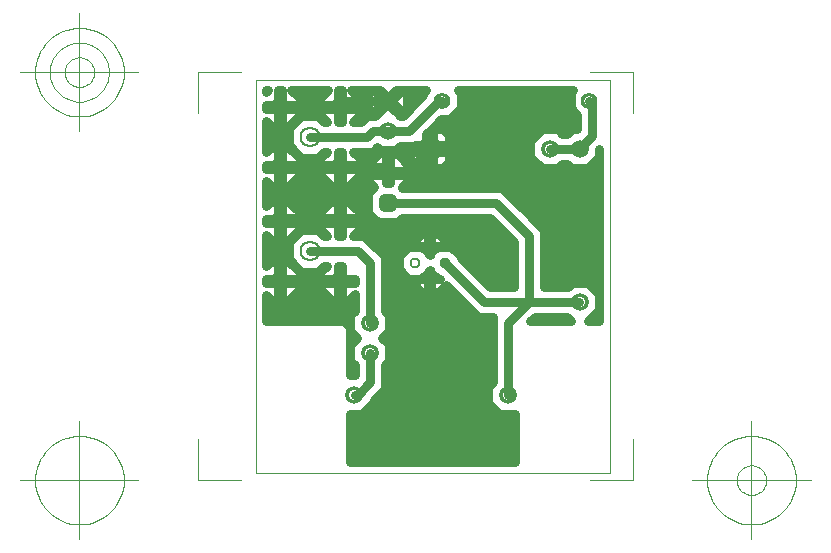
<source format=gbr>
G04 Generated by Ultiboard 10.0 *
%FSLAX25Y25*%
%MOIN*%

%ADD25C,0.03000*%
%ADD22C,0.00394*%
%ADD23C,0.00004*%
%ADD44C,0.06224X0.04724*%
%ADD45C,0.07012X0.05512*%
%ADD34C,0.05512X0.03150*%
%ADD36C,0.05906X0.03543*%
%ADD37R,0.05906X0.05906X0.03543*%
%ADD46C,0.03762X0.02362*%
%ADD38R,0.02083X0.02083X0.03917*%
%ADD18C,0.03917*%
%ADD29C,0.06334X0.03500*%


G04 ColorRGB 0000FF for the following layer *
%LNCopper Bottom*%
%LPD*%
%FSLAX25Y25*%
%MOIN*%
G54D25*
X4149Y127500D02*
X3500Y126851D01*
X3500Y126851D02*
X3500Y127500D01*
X3500Y127500D02*
X4149Y127500D01*
G36*
X4149Y127500D02*
X3500Y126851D01*
X3500Y127500D01*
X4149Y127500D01*
G37*
X4149Y127500D02*
X3500Y126851D01*
X3500Y126851D02*
X3500Y127500D01*
X3500Y127500D02*
X4149Y127500D01*
X8685Y124739D02*
X8685Y122685D01*
X8685Y122685D02*
X10739Y122685D01*
X10739Y122685D02*
X10739Y121315D01*
X10739Y121315D02*
X8685Y121315D01*
X8685Y121315D02*
X8685Y119261D01*
X8685Y119261D02*
X7315Y119261D01*
X7315Y119261D02*
X7315Y121315D01*
X7315Y121315D02*
X3500Y121315D01*
X3500Y121315D02*
X3500Y122685D01*
X3500Y122685D02*
X7315Y122685D01*
X7315Y122685D02*
X7315Y124739D01*
X7315Y124739D02*
X8685Y124739D01*
G36*
X8685Y124739D02*
X8685Y122685D01*
X10739Y122685D01*
X10739Y121315D01*
X8685Y121315D01*
X8685Y119261D01*
X7315Y119261D01*
X7315Y121315D01*
X3500Y121315D01*
X3500Y122685D01*
X7315Y122685D01*
X7315Y124739D01*
X8685Y124739D01*
G37*
X8685Y124739D02*
X8685Y122685D01*
X8685Y122685D02*
X10739Y122685D01*
X10739Y122685D02*
X10739Y121315D01*
X10739Y121315D02*
X8685Y121315D01*
X8685Y121315D02*
X8685Y119261D01*
X8685Y119261D02*
X7315Y119261D01*
X7315Y119261D02*
X7315Y121315D01*
X7315Y121315D02*
X3500Y121315D01*
X3500Y121315D02*
X3500Y122685D01*
X3500Y122685D02*
X7315Y122685D01*
X7315Y122685D02*
X7315Y124739D01*
X7315Y124739D02*
X8685Y124739D01*
X24149Y127500D02*
X21388Y124739D01*
X21388Y124739D02*
X21388Y122685D01*
X21388Y122685D02*
X25261Y122685D01*
X25261Y122685D02*
X25261Y121315D01*
X25261Y121315D02*
X21388Y121315D01*
X21388Y121315D02*
X21388Y119261D01*
X21388Y119261D02*
X23649Y117000D01*
X23649Y117000D02*
X22908Y117000D01*
X22908Y117000D02*
X20902Y119006D01*
X20902Y119006D02*
X15098Y119006D01*
X15098Y119006D02*
X10994Y114902D01*
X10994Y114902D02*
X10994Y114591D01*
X10994Y114591D02*
X10739Y114591D01*
X10739Y114591D02*
X10739Y115388D01*
X10739Y115388D02*
X14612Y119261D01*
X14612Y119261D02*
X14612Y121315D01*
X14612Y121315D02*
X10739Y121315D01*
X10739Y121315D02*
X10739Y122685D01*
X10739Y122685D02*
X14612Y122685D01*
X14612Y122685D02*
X14612Y124739D01*
X14612Y124739D02*
X11851Y127500D01*
X11851Y127500D02*
X24149Y127500D01*
G36*
X24149Y127500D02*
X21388Y124739D01*
X21388Y122685D01*
X25261Y122685D01*
X25261Y121315D01*
X21388Y121315D01*
X21388Y119261D01*
X23649Y117000D01*
X22908Y117000D01*
X20902Y119006D01*
X15098Y119006D01*
X10994Y114902D01*
X10994Y114591D01*
X10739Y114591D01*
X10739Y115388D01*
X14612Y119261D01*
X14612Y121315D01*
X10739Y121315D01*
X10739Y122685D01*
X14612Y122685D01*
X14612Y124739D01*
X11851Y127500D01*
X24149Y127500D01*
G37*
X24149Y127500D02*
X21388Y124739D01*
X21388Y124739D02*
X21388Y122685D01*
X21388Y122685D02*
X25261Y122685D01*
X25261Y122685D02*
X25261Y121315D01*
X25261Y121315D02*
X21388Y121315D01*
X21388Y121315D02*
X21388Y119261D01*
X21388Y119261D02*
X23649Y117000D01*
X23649Y117000D02*
X22908Y117000D01*
X22908Y117000D02*
X20902Y119006D01*
X20902Y119006D02*
X15098Y119006D01*
X15098Y119006D02*
X10994Y114902D01*
X10994Y114902D02*
X10994Y114591D01*
X10994Y114591D02*
X10739Y114591D01*
X10739Y114591D02*
X10739Y115388D01*
X10739Y115388D02*
X14612Y119261D01*
X14612Y119261D02*
X14612Y121315D01*
X14612Y121315D02*
X10739Y121315D01*
X10739Y121315D02*
X10739Y122685D01*
X10739Y122685D02*
X14612Y122685D01*
X14612Y122685D02*
X14612Y124739D01*
X14612Y124739D02*
X11851Y127500D01*
X11851Y127500D02*
X24149Y127500D01*
X28685Y127500D02*
X28685Y122685D01*
X28685Y122685D02*
X30739Y122685D01*
X30739Y122685D02*
X30739Y121315D01*
X30739Y121315D02*
X28685Y121315D01*
X28685Y121315D02*
X28685Y117000D01*
X28685Y117000D02*
X27315Y117000D01*
X27315Y117000D02*
X27315Y121315D01*
X27315Y121315D02*
X25261Y121315D01*
X25261Y121315D02*
X25261Y122685D01*
X25261Y122685D02*
X27315Y122685D01*
X27315Y122685D02*
X27315Y127500D01*
X27315Y127500D02*
X28685Y127500D01*
G36*
X28685Y127500D02*
X28685Y122685D01*
X30739Y122685D01*
X30739Y121315D01*
X28685Y121315D01*
X28685Y117000D01*
X27315Y117000D01*
X27315Y121315D01*
X25261Y121315D01*
X25261Y122685D01*
X27315Y122685D01*
X27315Y127500D01*
X28685Y127500D01*
G37*
X28685Y127500D02*
X28685Y122685D01*
X28685Y122685D02*
X30739Y122685D01*
X30739Y122685D02*
X30739Y121315D01*
X30739Y121315D02*
X28685Y121315D01*
X28685Y121315D02*
X28685Y117000D01*
X28685Y117000D02*
X27315Y117000D01*
X27315Y117000D02*
X27315Y121315D01*
X27315Y121315D02*
X25261Y121315D01*
X25261Y121315D02*
X25261Y122685D01*
X25261Y122685D02*
X27315Y122685D01*
X27315Y122685D02*
X27315Y127500D01*
X27315Y127500D02*
X28685Y127500D01*
X30739Y122685D02*
X34612Y122685D01*
X34612Y122685D02*
X34612Y124739D01*
X34612Y124739D02*
X31851Y127500D01*
X31851Y127500D02*
X38532Y127500D01*
X38532Y127500D02*
X37547Y126515D01*
X37547Y126515D02*
X37547Y121170D01*
X37547Y121170D02*
X38833Y119884D01*
X38833Y119884D02*
X38833Y119000D01*
X38833Y119000D02*
X36929Y119000D01*
X36929Y119000D02*
X34929Y117000D01*
X34929Y117000D02*
X32351Y117000D01*
X32351Y117000D02*
X34612Y119261D01*
X34612Y119261D02*
X34612Y121315D01*
X34612Y121315D02*
X30739Y121315D01*
X30739Y121315D02*
X30739Y122685D01*
G36*
X30739Y122685D02*
X34612Y122685D01*
X34612Y124739D01*
X31851Y127500D01*
X38532Y127500D01*
X37547Y126515D01*
X37547Y121170D01*
X38833Y119884D01*
X38833Y119000D01*
X36929Y119000D01*
X34929Y117000D01*
X32351Y117000D01*
X34612Y119261D01*
X34612Y121315D01*
X30739Y121315D01*
X30739Y122685D01*
G37*
X30739Y122685D02*
X34612Y122685D01*
X34612Y122685D02*
X34612Y124739D01*
X34612Y124739D02*
X31851Y127500D01*
X31851Y127500D02*
X38532Y127500D01*
X38532Y127500D02*
X37547Y126515D01*
X37547Y126515D02*
X37547Y121170D01*
X37547Y121170D02*
X38833Y119884D01*
X38833Y119884D02*
X38833Y119000D01*
X38833Y119000D02*
X36929Y119000D01*
X36929Y119000D02*
X34929Y117000D01*
X34929Y117000D02*
X32351Y117000D01*
X32351Y117000D02*
X34612Y119261D01*
X34612Y119261D02*
X34612Y121315D01*
X34612Y121315D02*
X30739Y121315D01*
X30739Y121315D02*
X30739Y122685D01*
X8685Y127500D02*
X8685Y124739D01*
X8685Y124739D02*
X7315Y124739D01*
X7315Y124739D02*
X7315Y127500D01*
X7315Y127500D02*
X8685Y127500D01*
G36*
X8685Y127500D02*
X8685Y124739D01*
X7315Y124739D01*
X7315Y127500D01*
X8685Y127500D01*
G37*
X8685Y127500D02*
X8685Y124739D01*
X8685Y124739D02*
X7315Y124739D01*
X7315Y124739D02*
X7315Y127500D01*
X7315Y127500D02*
X8685Y127500D01*
X41288Y127500D02*
X44000Y124787D01*
X44000Y124787D02*
X46712Y127500D01*
X46712Y127500D02*
X48602Y127500D01*
X48602Y127500D02*
X44945Y123843D01*
X44945Y123843D02*
X48929Y119859D01*
X48929Y119859D02*
X48929Y119000D01*
X48929Y119000D02*
X48126Y119000D01*
X48126Y119000D02*
X46673Y120453D01*
X46673Y120453D02*
X46445Y120453D01*
X46445Y120453D02*
X44000Y122898D01*
X44000Y122898D02*
X41555Y120453D01*
X41555Y120453D02*
X41327Y120453D01*
X41327Y120453D02*
X39874Y119000D01*
X39874Y119000D02*
X38833Y119000D01*
X38833Y119000D02*
X38833Y119884D01*
X38833Y119884D02*
X38965Y119752D01*
X38965Y119752D02*
X43055Y123843D01*
X43055Y123843D02*
X39398Y127500D01*
X39398Y127500D02*
X41288Y127500D01*
G36*
X41288Y127500D02*
X44000Y124787D01*
X46712Y127500D01*
X48602Y127500D01*
X44945Y123843D01*
X48929Y119859D01*
X48929Y119000D01*
X48126Y119000D01*
X46673Y120453D01*
X46445Y120453D01*
X44000Y122898D01*
X41555Y120453D01*
X41327Y120453D01*
X39874Y119000D01*
X38833Y119000D01*
X38833Y119884D01*
X38965Y119752D01*
X43055Y123843D01*
X39398Y127500D01*
X41288Y127500D01*
G37*
X41288Y127500D02*
X44000Y124787D01*
X44000Y124787D02*
X46712Y127500D01*
X46712Y127500D02*
X48602Y127500D01*
X48602Y127500D02*
X44945Y123843D01*
X44945Y123843D02*
X48929Y119859D01*
X48929Y119859D02*
X48929Y119000D01*
X48929Y119000D02*
X48126Y119000D01*
X48126Y119000D02*
X46673Y120453D01*
X46673Y120453D02*
X46445Y120453D01*
X46445Y120453D02*
X44000Y122898D01*
X44000Y122898D02*
X41555Y120453D01*
X41555Y120453D02*
X41327Y120453D01*
X41327Y120453D02*
X39874Y119000D01*
X39874Y119000D02*
X38833Y119000D01*
X38833Y119000D02*
X38833Y119884D01*
X38833Y119884D02*
X38965Y119752D01*
X38965Y119752D02*
X43055Y123843D01*
X43055Y123843D02*
X39398Y127500D01*
X39398Y127500D02*
X41288Y127500D01*
X48929Y119859D02*
X49035Y119752D01*
X49035Y119752D02*
X50453Y121170D01*
X50453Y121170D02*
X50453Y126515D01*
X50453Y126515D02*
X49468Y127500D01*
X49468Y127500D02*
X56653Y127500D01*
X56653Y127500D02*
X55744Y126591D01*
X55744Y126591D02*
X55744Y125815D01*
X55744Y125815D02*
X48929Y119000D01*
X48929Y119000D02*
X48929Y119859D01*
G36*
X48929Y119859D02*
X49035Y119752D01*
X50453Y121170D01*
X50453Y126515D01*
X49468Y127500D01*
X56653Y127500D01*
X55744Y126591D01*
X55744Y125815D01*
X48929Y119000D01*
X48929Y119859D01*
G37*
X48929Y119859D02*
X49035Y119752D01*
X49035Y119752D02*
X50453Y121170D01*
X50453Y121170D02*
X50453Y126515D01*
X50453Y126515D02*
X49468Y127500D01*
X49468Y127500D02*
X56653Y127500D01*
X56653Y127500D02*
X55744Y126591D01*
X55744Y126591D02*
X55744Y125815D01*
X55744Y125815D02*
X48929Y119000D01*
X48929Y119000D02*
X48929Y119859D01*
X61815Y117744D02*
X64591Y117744D01*
X64591Y117744D02*
X68256Y121409D01*
X68256Y121409D02*
X68256Y126591D01*
X68256Y126591D02*
X67347Y127500D01*
X67347Y127500D02*
X80167Y127500D01*
X80167Y127500D02*
X80167Y112403D01*
X80167Y112403D02*
X64453Y112403D01*
X64453Y112403D02*
X62403Y114453D01*
X62403Y114453D02*
X59101Y114453D01*
X59101Y114453D02*
X59101Y112403D01*
X59101Y112403D02*
X58929Y112403D01*
X58929Y112403D02*
X58929Y114858D01*
X58929Y114858D02*
X61815Y117744D01*
G36*
X61815Y117744D02*
X64591Y117744D01*
X68256Y121409D01*
X68256Y126591D01*
X67347Y127500D01*
X80167Y127500D01*
X80167Y112403D01*
X64453Y112403D01*
X62403Y114453D01*
X59101Y114453D01*
X59101Y112403D01*
X58929Y112403D01*
X58929Y114858D01*
X61815Y117744D01*
G37*
X61815Y117744D02*
X64591Y117744D01*
X64591Y117744D02*
X68256Y121409D01*
X68256Y121409D02*
X68256Y126591D01*
X68256Y126591D02*
X67347Y127500D01*
X67347Y127500D02*
X80167Y127500D01*
X80167Y127500D02*
X80167Y112403D01*
X80167Y112403D02*
X64453Y112403D01*
X64453Y112403D02*
X62403Y114453D01*
X62403Y114453D02*
X59101Y114453D01*
X59101Y114453D02*
X59101Y112403D01*
X59101Y112403D02*
X58929Y112403D01*
X58929Y112403D02*
X58929Y114858D01*
X58929Y114858D02*
X61815Y117744D01*
X105865Y127500D02*
X104957Y126591D01*
X104957Y126591D02*
X104957Y121409D01*
X104957Y121409D02*
X107000Y119365D01*
X107000Y119365D02*
X107000Y114453D01*
X107000Y114453D02*
X105327Y114453D01*
X105327Y114453D02*
X103874Y113000D01*
X103874Y113000D02*
X102126Y113000D01*
X102126Y113000D02*
X100673Y114453D01*
X100673Y114453D02*
X95327Y114453D01*
X95327Y114453D02*
X91547Y110673D01*
X91547Y110673D02*
X91547Y105929D01*
X91547Y105929D02*
X80167Y105929D01*
X80167Y105929D02*
X80167Y127500D01*
X80167Y127500D02*
X105865Y127500D01*
G36*
X105865Y127500D02*
X104957Y126591D01*
X104957Y121409D01*
X107000Y119365D01*
X107000Y114453D01*
X105327Y114453D01*
X103874Y113000D01*
X102126Y113000D01*
X100673Y114453D01*
X95327Y114453D01*
X91547Y110673D01*
X91547Y105929D01*
X80167Y105929D01*
X80167Y127500D01*
X105865Y127500D01*
G37*
X105865Y127500D02*
X104957Y126591D01*
X104957Y126591D02*
X104957Y121409D01*
X104957Y121409D02*
X107000Y119365D01*
X107000Y119365D02*
X107000Y114453D01*
X107000Y114453D02*
X105327Y114453D01*
X105327Y114453D02*
X103874Y113000D01*
X103874Y113000D02*
X102126Y113000D01*
X102126Y113000D02*
X100673Y114453D01*
X100673Y114453D02*
X95327Y114453D01*
X95327Y114453D02*
X91547Y110673D01*
X91547Y110673D02*
X91547Y105929D01*
X91547Y105929D02*
X80167Y105929D01*
X80167Y105929D02*
X80167Y127500D01*
X80167Y127500D02*
X105865Y127500D01*
X59101Y112403D02*
X59101Y109101D01*
X59101Y109101D02*
X64453Y109101D01*
X64453Y109101D02*
X64453Y112403D01*
X64453Y112403D02*
X80167Y112403D01*
X80167Y112403D02*
X80167Y103597D01*
X80167Y103597D02*
X64453Y103597D01*
X64453Y103597D02*
X64453Y106899D01*
X64453Y106899D02*
X59101Y106899D01*
X59101Y106899D02*
X59101Y103597D01*
X59101Y103597D02*
X58929Y103597D01*
X58929Y103597D02*
X58929Y112403D01*
X58929Y112403D02*
X59101Y112403D01*
G36*
X59101Y112403D02*
X59101Y109101D01*
X64453Y109101D01*
X64453Y112403D01*
X80167Y112403D01*
X80167Y103597D01*
X64453Y103597D01*
X64453Y106899D01*
X59101Y106899D01*
X59101Y103597D01*
X58929Y103597D01*
X58929Y112403D01*
X59101Y112403D01*
G37*
X59101Y112403D02*
X59101Y109101D01*
X59101Y109101D02*
X64453Y109101D01*
X64453Y109101D02*
X64453Y112403D01*
X64453Y112403D02*
X80167Y112403D01*
X80167Y112403D02*
X80167Y103597D01*
X80167Y103597D02*
X64453Y103597D01*
X64453Y103597D02*
X64453Y106899D01*
X64453Y106899D02*
X59101Y106899D01*
X59101Y106899D02*
X59101Y103597D01*
X59101Y103597D02*
X58929Y103597D01*
X58929Y103597D02*
X58929Y112403D01*
X58929Y112403D02*
X59101Y112403D01*
X59101Y103597D02*
X59101Y101547D01*
X59101Y101547D02*
X62403Y101547D01*
X62403Y101547D02*
X64453Y103597D01*
X64453Y103597D02*
X80167Y103597D01*
X80167Y103597D02*
X80167Y95000D01*
X80167Y95000D02*
X58929Y95000D01*
X58929Y95000D02*
X58929Y103597D01*
X58929Y103597D02*
X59101Y103597D01*
G36*
X59101Y103597D02*
X59101Y101547D01*
X62403Y101547D01*
X64453Y103597D01*
X80167Y103597D01*
X80167Y95000D01*
X58929Y95000D01*
X58929Y103597D01*
X59101Y103597D01*
G37*
X59101Y103597D02*
X59101Y101547D01*
X59101Y101547D02*
X62403Y101547D01*
X62403Y101547D02*
X64453Y103597D01*
X64453Y103597D02*
X80167Y103597D01*
X80167Y103597D02*
X80167Y95000D01*
X80167Y95000D02*
X58929Y95000D01*
X58929Y95000D02*
X58929Y103597D01*
X58929Y103597D02*
X59101Y103597D01*
X38833Y22889D02*
X39272Y23327D01*
X39272Y23327D02*
X39272Y24274D01*
X39272Y24274D02*
X43000Y28003D01*
X43000Y28003D02*
X43000Y35874D01*
X43000Y35874D02*
X44453Y37327D01*
X44453Y37327D02*
X44453Y42673D01*
X44453Y42673D02*
X44292Y42833D01*
X44292Y42833D02*
X79000Y42833D01*
X79000Y42833D02*
X79000Y30126D01*
X79000Y30126D02*
X77547Y28673D01*
X77547Y28673D02*
X77547Y23327D01*
X77547Y23327D02*
X80167Y20708D01*
X80167Y20708D02*
X80167Y3500D01*
X80167Y3500D02*
X38833Y3500D01*
X38833Y3500D02*
X38833Y22889D01*
G36*
X38833Y22889D02*
X39272Y23327D01*
X39272Y24274D01*
X43000Y28003D01*
X43000Y35874D01*
X44453Y37327D01*
X44453Y42673D01*
X44292Y42833D01*
X79000Y42833D01*
X79000Y30126D01*
X77547Y28673D01*
X77547Y23327D01*
X80167Y20708D01*
X80167Y3500D01*
X38833Y3500D01*
X38833Y22889D01*
G37*
X38833Y22889D02*
X39272Y23327D01*
X39272Y23327D02*
X39272Y24274D01*
X39272Y24274D02*
X43000Y28003D01*
X43000Y28003D02*
X43000Y35874D01*
X43000Y35874D02*
X44453Y37327D01*
X44453Y37327D02*
X44453Y42673D01*
X44453Y42673D02*
X44292Y42833D01*
X44292Y42833D02*
X79000Y42833D01*
X79000Y42833D02*
X79000Y30126D01*
X79000Y30126D02*
X77547Y28673D01*
X77547Y28673D02*
X77547Y23327D01*
X77547Y23327D02*
X80167Y20708D01*
X80167Y20708D02*
X80167Y3500D01*
X80167Y3500D02*
X38833Y3500D01*
X38833Y3500D02*
X38833Y22889D01*
X63381Y77229D02*
X60229Y80381D01*
X60229Y80381D02*
X58557Y80381D01*
X58557Y80381D02*
X58557Y77229D01*
X58557Y77229D02*
X57443Y77229D01*
X57443Y77229D02*
X57443Y80381D01*
X57443Y80381D02*
X55771Y80381D01*
X55771Y80381D02*
X55771Y85000D01*
X55771Y85000D02*
X77929Y85000D01*
X77929Y85000D02*
X80167Y82762D01*
X80167Y82762D02*
X80167Y77229D01*
X80167Y77229D02*
X63381Y77229D01*
G36*
X63381Y77229D02*
X60229Y80381D01*
X58557Y80381D01*
X58557Y77229D01*
X57443Y77229D01*
X57443Y80381D01*
X55771Y80381D01*
X55771Y85000D01*
X77929Y85000D01*
X80167Y82762D01*
X80167Y77229D01*
X63381Y77229D01*
G37*
X63381Y77229D02*
X60229Y80381D01*
X60229Y80381D02*
X58557Y80381D01*
X58557Y80381D02*
X58557Y77229D01*
X58557Y77229D02*
X57443Y77229D01*
X57443Y77229D02*
X57443Y80381D01*
X57443Y80381D02*
X55771Y80381D01*
X55771Y80381D02*
X55771Y85000D01*
X55771Y85000D02*
X77929Y85000D01*
X77929Y85000D02*
X80167Y82762D01*
X80167Y82762D02*
X80167Y77229D01*
X80167Y77229D02*
X63381Y77229D01*
X58557Y73167D02*
X58000Y72610D01*
X58000Y72610D02*
X57443Y73167D01*
X57443Y73167D02*
X57443Y74443D01*
X57443Y74443D02*
X56167Y74443D01*
X56167Y74443D02*
X55771Y74839D01*
X55771Y74839D02*
X55771Y75557D01*
X55771Y75557D02*
X57443Y75557D01*
X57443Y75557D02*
X57443Y77229D01*
X57443Y77229D02*
X58557Y77229D01*
X58557Y77229D02*
X58557Y75557D01*
X58557Y75557D02*
X63381Y75557D01*
X63381Y75557D02*
X63381Y77229D01*
X63381Y77229D02*
X80167Y77229D01*
X80167Y77229D02*
X80167Y71939D01*
X80167Y71939D02*
X68381Y71939D01*
X68381Y71939D02*
X68381Y72229D01*
X68381Y72229D02*
X65229Y75381D01*
X65229Y75381D02*
X60771Y75381D01*
X60771Y75381D02*
X59833Y74443D01*
X59833Y74443D02*
X58557Y74443D01*
X58557Y74443D02*
X58557Y73167D01*
G36*
X58557Y73167D02*
X58000Y72610D01*
X57443Y73167D01*
X57443Y74443D01*
X56167Y74443D01*
X55771Y74839D01*
X55771Y75557D01*
X57443Y75557D01*
X57443Y77229D01*
X58557Y77229D01*
X58557Y75557D01*
X63381Y75557D01*
X63381Y77229D01*
X80167Y77229D01*
X80167Y71939D01*
X68381Y71939D01*
X68381Y72229D01*
X65229Y75381D01*
X60771Y75381D01*
X59833Y74443D01*
X58557Y74443D01*
X58557Y73167D01*
G37*
X58557Y73167D02*
X58000Y72610D01*
X58000Y72610D02*
X57443Y73167D01*
X57443Y73167D02*
X57443Y74443D01*
X57443Y74443D02*
X56167Y74443D01*
X56167Y74443D02*
X55771Y74839D01*
X55771Y74839D02*
X55771Y75557D01*
X55771Y75557D02*
X57443Y75557D01*
X57443Y75557D02*
X57443Y77229D01*
X57443Y77229D02*
X58557Y77229D01*
X58557Y77229D02*
X58557Y75557D01*
X58557Y75557D02*
X63381Y75557D01*
X63381Y75557D02*
X63381Y77229D01*
X63381Y77229D02*
X80167Y77229D01*
X80167Y77229D02*
X80167Y71939D01*
X80167Y71939D02*
X68381Y71939D01*
X68381Y71939D02*
X68381Y72229D01*
X68381Y72229D02*
X65229Y75381D01*
X65229Y75381D02*
X60771Y75381D01*
X60771Y75381D02*
X59833Y74443D01*
X59833Y74443D02*
X58557Y74443D01*
X58557Y74443D02*
X58557Y73167D01*
X58000Y67390D02*
X58557Y66833D01*
X58557Y66833D02*
X58557Y65557D01*
X58557Y65557D02*
X59833Y65557D01*
X59833Y65557D02*
X60229Y65161D01*
X60229Y65161D02*
X60229Y64443D01*
X60229Y64443D02*
X58557Y64443D01*
X58557Y64443D02*
X58557Y62771D01*
X58557Y62771D02*
X57443Y62771D01*
X57443Y62771D02*
X57443Y64443D01*
X57443Y64443D02*
X55771Y64443D01*
X55771Y64443D02*
X55771Y65161D01*
X55771Y65161D02*
X56167Y65557D01*
X56167Y65557D02*
X57443Y65557D01*
X57443Y65557D02*
X57443Y66833D01*
X57443Y66833D02*
X58000Y67390D01*
G36*
X58000Y67390D02*
X58557Y66833D01*
X58557Y65557D01*
X59833Y65557D01*
X60229Y65161D01*
X60229Y64443D01*
X58557Y64443D01*
X58557Y62771D01*
X57443Y62771D01*
X57443Y64443D01*
X55771Y64443D01*
X55771Y65161D01*
X56167Y65557D01*
X57443Y65557D01*
X57443Y66833D01*
X58000Y67390D01*
G37*
X58000Y67390D02*
X58557Y66833D01*
X58557Y66833D02*
X58557Y65557D01*
X58557Y65557D02*
X59833Y65557D01*
X59833Y65557D02*
X60229Y65161D01*
X60229Y65161D02*
X60229Y64443D01*
X60229Y64443D02*
X58557Y64443D01*
X58557Y64443D02*
X58557Y62771D01*
X58557Y62771D02*
X57443Y62771D01*
X57443Y62771D02*
X57443Y64443D01*
X57443Y64443D02*
X55771Y64443D01*
X55771Y64443D02*
X55771Y65161D01*
X55771Y65161D02*
X56167Y65557D01*
X56167Y65557D02*
X57443Y65557D01*
X57443Y65557D02*
X57443Y66833D01*
X57443Y66833D02*
X58000Y67390D01*
X52619Y62771D02*
X55771Y59619D01*
X55771Y59619D02*
X57443Y59619D01*
X57443Y59619D02*
X57443Y62771D01*
X57443Y62771D02*
X58557Y62771D01*
X58557Y62771D02*
X58557Y59619D01*
X58557Y59619D02*
X60229Y59619D01*
X60229Y59619D02*
X60229Y42833D01*
X60229Y42833D02*
X44292Y42833D01*
X44292Y42833D02*
X42204Y44921D01*
X42204Y44921D02*
X44453Y47170D01*
X44453Y47170D02*
X44453Y52515D01*
X44453Y52515D02*
X43000Y53968D01*
X43000Y53968D02*
X43000Y62771D01*
X43000Y62771D02*
X52619Y62771D01*
G36*
X52619Y62771D02*
X55771Y59619D01*
X57443Y59619D01*
X57443Y62771D01*
X58557Y62771D01*
X58557Y59619D01*
X60229Y59619D01*
X60229Y42833D01*
X44292Y42833D01*
X42204Y44921D01*
X44453Y47170D01*
X44453Y52515D01*
X43000Y53968D01*
X43000Y62771D01*
X52619Y62771D01*
G37*
X52619Y62771D02*
X55771Y59619D01*
X55771Y59619D02*
X57443Y59619D01*
X57443Y59619D02*
X57443Y62771D01*
X57443Y62771D02*
X58557Y62771D01*
X58557Y62771D02*
X58557Y59619D01*
X58557Y59619D02*
X60229Y59619D01*
X60229Y59619D02*
X60229Y42833D01*
X60229Y42833D02*
X44292Y42833D01*
X44292Y42833D02*
X42204Y44921D01*
X42204Y44921D02*
X44453Y47170D01*
X44453Y47170D02*
X44453Y52515D01*
X44453Y52515D02*
X43000Y53968D01*
X43000Y53968D02*
X43000Y62771D01*
X43000Y62771D02*
X52619Y62771D01*
X60229Y65161D02*
X60771Y64619D01*
X60771Y64619D02*
X61310Y64619D01*
X61310Y64619D02*
X61486Y64443D01*
X61486Y64443D02*
X60229Y64443D01*
X60229Y64443D02*
X60229Y65161D01*
G36*
X60229Y65161D02*
X60771Y64619D01*
X61310Y64619D01*
X61486Y64443D01*
X60229Y64443D01*
X60229Y65161D01*
G37*
X60229Y65161D02*
X60771Y64619D01*
X60771Y64619D02*
X61310Y64619D01*
X61310Y64619D02*
X61486Y64443D01*
X61486Y64443D02*
X60229Y64443D01*
X60229Y64443D02*
X60229Y65161D01*
X60229Y59619D02*
X63269Y62659D01*
X63269Y62659D02*
X73929Y52000D01*
X73929Y52000D02*
X74529Y52000D01*
X74529Y52000D02*
X74629Y51900D01*
X74629Y51900D02*
X79000Y51900D01*
X79000Y51900D02*
X79000Y42833D01*
X79000Y42833D02*
X60229Y42833D01*
X60229Y42833D02*
X60229Y59619D01*
G36*
X60229Y59619D02*
X63269Y62659D01*
X73929Y52000D01*
X74529Y52000D01*
X74629Y51900D01*
X79000Y51900D01*
X79000Y42833D01*
X60229Y42833D01*
X60229Y59619D01*
G37*
X60229Y59619D02*
X63269Y62659D01*
X63269Y62659D02*
X73929Y52000D01*
X73929Y52000D02*
X74529Y52000D01*
X74529Y52000D02*
X74629Y51900D01*
X74629Y51900D02*
X79000Y51900D01*
X79000Y51900D02*
X79000Y42833D01*
X79000Y42833D02*
X60229Y42833D01*
X60229Y42833D02*
X60229Y59619D01*
X8685Y66739D02*
X8685Y64685D01*
X8685Y64685D02*
X10739Y64685D01*
X10739Y64685D02*
X10739Y63315D01*
X10739Y63315D02*
X8685Y63315D01*
X8685Y63315D02*
X8685Y61261D01*
X8685Y61261D02*
X7315Y61261D01*
X7315Y61261D02*
X7315Y63315D01*
X7315Y63315D02*
X3500Y63315D01*
X3500Y63315D02*
X3500Y64685D01*
X3500Y64685D02*
X7315Y64685D01*
X7315Y64685D02*
X7315Y66739D01*
X7315Y66739D02*
X8685Y66739D01*
G36*
X8685Y66739D02*
X8685Y64685D01*
X10739Y64685D01*
X10739Y63315D01*
X8685Y63315D01*
X8685Y61261D01*
X7315Y61261D01*
X7315Y63315D01*
X3500Y63315D01*
X3500Y64685D01*
X7315Y64685D01*
X7315Y66739D01*
X8685Y66739D01*
G37*
X8685Y66739D02*
X8685Y64685D01*
X8685Y64685D02*
X10739Y64685D01*
X10739Y64685D02*
X10739Y63315D01*
X10739Y63315D02*
X8685Y63315D01*
X8685Y63315D02*
X8685Y61261D01*
X8685Y61261D02*
X7315Y61261D01*
X7315Y61261D02*
X7315Y63315D01*
X7315Y63315D02*
X3500Y63315D01*
X3500Y63315D02*
X3500Y64685D01*
X3500Y64685D02*
X7315Y64685D01*
X7315Y64685D02*
X7315Y66739D01*
X7315Y66739D02*
X8685Y66739D01*
X3500Y59149D02*
X5261Y57388D01*
X5261Y57388D02*
X7315Y57388D01*
X7315Y57388D02*
X7315Y61261D01*
X7315Y61261D02*
X8685Y61261D01*
X8685Y61261D02*
X8685Y57388D01*
X8685Y57388D02*
X10739Y57388D01*
X10739Y57388D02*
X10739Y50500D01*
X10739Y50500D02*
X3500Y50500D01*
X3500Y50500D02*
X3500Y59149D01*
G36*
X3500Y59149D02*
X5261Y57388D01*
X7315Y57388D01*
X7315Y61261D01*
X8685Y61261D01*
X8685Y57388D01*
X10739Y57388D01*
X10739Y50500D01*
X3500Y50500D01*
X3500Y59149D01*
G37*
X3500Y59149D02*
X5261Y57388D01*
X5261Y57388D02*
X7315Y57388D01*
X7315Y57388D02*
X7315Y61261D01*
X7315Y61261D02*
X8685Y61261D01*
X8685Y61261D02*
X8685Y57388D01*
X8685Y57388D02*
X10739Y57388D01*
X10739Y57388D02*
X10739Y50500D01*
X10739Y50500D02*
X3500Y50500D01*
X3500Y50500D02*
X3500Y59149D01*
X23649Y69000D02*
X21388Y66739D01*
X21388Y66739D02*
X21388Y64685D01*
X21388Y64685D02*
X25261Y64685D01*
X25261Y64685D02*
X25261Y63315D01*
X25261Y63315D02*
X21388Y63315D01*
X21388Y63315D02*
X21388Y61261D01*
X21388Y61261D02*
X14612Y61261D01*
X14612Y61261D02*
X14612Y63315D01*
X14612Y63315D02*
X10739Y63315D01*
X10739Y63315D02*
X10739Y64685D01*
X10739Y64685D02*
X14612Y64685D01*
X14612Y64685D02*
X14612Y66739D01*
X14612Y66739D02*
X10739Y70612D01*
X10739Y70612D02*
X10739Y76591D01*
X10739Y76591D02*
X10994Y76591D01*
X10994Y76591D02*
X10994Y71098D01*
X10994Y71098D02*
X15098Y66994D01*
X15098Y66994D02*
X20902Y66994D01*
X20902Y66994D02*
X22908Y69000D01*
X22908Y69000D02*
X23649Y69000D01*
G36*
X23649Y69000D02*
X21388Y66739D01*
X21388Y64685D01*
X25261Y64685D01*
X25261Y63315D01*
X21388Y63315D01*
X21388Y61261D01*
X14612Y61261D01*
X14612Y63315D01*
X10739Y63315D01*
X10739Y64685D01*
X14612Y64685D01*
X14612Y66739D01*
X10739Y70612D01*
X10739Y76591D01*
X10994Y76591D01*
X10994Y71098D01*
X15098Y66994D01*
X20902Y66994D01*
X22908Y69000D01*
X23649Y69000D01*
G37*
X23649Y69000D02*
X21388Y66739D01*
X21388Y66739D02*
X21388Y64685D01*
X21388Y64685D02*
X25261Y64685D01*
X25261Y64685D02*
X25261Y63315D01*
X25261Y63315D02*
X21388Y63315D01*
X21388Y63315D02*
X21388Y61261D01*
X21388Y61261D02*
X14612Y61261D01*
X14612Y61261D02*
X14612Y63315D01*
X14612Y63315D02*
X10739Y63315D01*
X10739Y63315D02*
X10739Y64685D01*
X10739Y64685D02*
X14612Y64685D01*
X14612Y64685D02*
X14612Y66739D01*
X14612Y66739D02*
X10739Y70612D01*
X10739Y70612D02*
X10739Y76591D01*
X10739Y76591D02*
X10994Y76591D01*
X10994Y76591D02*
X10994Y71098D01*
X10994Y71098D02*
X15098Y66994D01*
X15098Y66994D02*
X20902Y66994D01*
X20902Y66994D02*
X22908Y69000D01*
X22908Y69000D02*
X23649Y69000D01*
X28685Y69000D02*
X28685Y64685D01*
X28685Y64685D02*
X30739Y64685D01*
X30739Y64685D02*
X30739Y63315D01*
X30739Y63315D02*
X28685Y63315D01*
X28685Y63315D02*
X28685Y61261D01*
X28685Y61261D02*
X27315Y61261D01*
X27315Y61261D02*
X27315Y63315D01*
X27315Y63315D02*
X25261Y63315D01*
X25261Y63315D02*
X25261Y64685D01*
X25261Y64685D02*
X27315Y64685D01*
X27315Y64685D02*
X27315Y69000D01*
X27315Y69000D02*
X28685Y69000D01*
G36*
X28685Y69000D02*
X28685Y64685D01*
X30739Y64685D01*
X30739Y63315D01*
X28685Y63315D01*
X28685Y61261D01*
X27315Y61261D01*
X27315Y63315D01*
X25261Y63315D01*
X25261Y64685D01*
X27315Y64685D01*
X27315Y69000D01*
X28685Y69000D01*
G37*
X28685Y69000D02*
X28685Y64685D01*
X28685Y64685D02*
X30739Y64685D01*
X30739Y64685D02*
X30739Y63315D01*
X30739Y63315D02*
X28685Y63315D01*
X28685Y63315D02*
X28685Y61261D01*
X28685Y61261D02*
X27315Y61261D01*
X27315Y61261D02*
X27315Y63315D01*
X27315Y63315D02*
X25261Y63315D01*
X25261Y63315D02*
X25261Y64685D01*
X25261Y64685D02*
X27315Y64685D01*
X27315Y64685D02*
X27315Y69000D01*
X27315Y69000D02*
X28685Y69000D01*
X30739Y64685D02*
X33000Y64685D01*
X33000Y64685D02*
X33000Y63315D01*
X33000Y63315D02*
X30739Y63315D01*
X30739Y63315D02*
X30739Y64685D01*
G36*
X30739Y64685D02*
X33000Y64685D01*
X33000Y63315D01*
X30739Y63315D01*
X30739Y64685D01*
G37*
X30739Y64685D02*
X33000Y64685D01*
X33000Y64685D02*
X33000Y63315D01*
X33000Y63315D02*
X30739Y63315D01*
X30739Y63315D02*
X30739Y64685D01*
X21388Y61261D02*
X25261Y57388D01*
X25261Y57388D02*
X27315Y57388D01*
X27315Y57388D02*
X27315Y61261D01*
X27315Y61261D02*
X28685Y61261D01*
X28685Y61261D02*
X28685Y57388D01*
X28685Y57388D02*
X30739Y57388D01*
X30739Y57388D02*
X33000Y59649D01*
X33000Y59649D02*
X33000Y53968D01*
X33000Y53968D02*
X31547Y52515D01*
X31547Y52515D02*
X31547Y47170D01*
X31547Y47170D02*
X33796Y44921D01*
X33796Y44921D02*
X31708Y42833D01*
X31708Y42833D02*
X31500Y42833D01*
X31500Y42833D02*
X31500Y48450D01*
X31500Y48450D02*
X29450Y50500D01*
X29450Y50500D02*
X10739Y50500D01*
X10739Y50500D02*
X10739Y57388D01*
X10739Y57388D02*
X14612Y61261D01*
X14612Y61261D02*
X21388Y61261D01*
G36*
X21388Y61261D02*
X25261Y57388D01*
X27315Y57388D01*
X27315Y61261D01*
X28685Y61261D01*
X28685Y57388D01*
X30739Y57388D01*
X33000Y59649D01*
X33000Y53968D01*
X31547Y52515D01*
X31547Y47170D01*
X33796Y44921D01*
X31708Y42833D01*
X31500Y42833D01*
X31500Y48450D01*
X29450Y50500D01*
X10739Y50500D01*
X10739Y57388D01*
X14612Y61261D01*
X21388Y61261D01*
G37*
X21388Y61261D02*
X25261Y57388D01*
X25261Y57388D02*
X27315Y57388D01*
X27315Y57388D02*
X27315Y61261D01*
X27315Y61261D02*
X28685Y61261D01*
X28685Y61261D02*
X28685Y57388D01*
X28685Y57388D02*
X30739Y57388D01*
X30739Y57388D02*
X33000Y59649D01*
X33000Y59649D02*
X33000Y53968D01*
X33000Y53968D02*
X31547Y52515D01*
X31547Y52515D02*
X31547Y47170D01*
X31547Y47170D02*
X33796Y44921D01*
X33796Y44921D02*
X31708Y42833D01*
X31708Y42833D02*
X31500Y42833D01*
X31500Y42833D02*
X31500Y48450D01*
X31500Y48450D02*
X29450Y50500D01*
X29450Y50500D02*
X10739Y50500D01*
X10739Y50500D02*
X10739Y57388D01*
X10739Y57388D02*
X14612Y61261D01*
X14612Y61261D02*
X21388Y61261D01*
X55771Y64443D02*
X52619Y64443D01*
X52619Y64443D02*
X52619Y62771D01*
X52619Y62771D02*
X43000Y62771D01*
X43000Y62771D02*
X43000Y71939D01*
X43000Y71939D02*
X47619Y71939D01*
X47619Y71939D02*
X47619Y67771D01*
X47619Y67771D02*
X50771Y64619D01*
X50771Y64619D02*
X55229Y64619D01*
X55229Y64619D02*
X55771Y65161D01*
X55771Y65161D02*
X55771Y64443D01*
G36*
X55771Y64443D02*
X52619Y64443D01*
X52619Y62771D01*
X43000Y62771D01*
X43000Y71939D01*
X47619Y71939D01*
X47619Y67771D01*
X50771Y64619D01*
X55229Y64619D01*
X55771Y65161D01*
X55771Y64443D01*
G37*
X55771Y64443D02*
X52619Y64443D01*
X52619Y64443D02*
X52619Y62771D01*
X52619Y62771D02*
X43000Y62771D01*
X43000Y62771D02*
X43000Y71939D01*
X43000Y71939D02*
X47619Y71939D01*
X47619Y71939D02*
X47619Y67771D01*
X47619Y67771D02*
X50771Y64619D01*
X50771Y64619D02*
X55229Y64619D01*
X55229Y64619D02*
X55771Y65161D01*
X55771Y65161D02*
X55771Y64443D01*
X33000Y32453D02*
X31500Y32453D01*
X31500Y32453D02*
X31500Y42833D01*
X31500Y42833D02*
X31708Y42833D01*
X31708Y42833D02*
X31547Y42673D01*
X31547Y42673D02*
X31547Y37327D01*
X31547Y37327D02*
X33000Y35874D01*
X33000Y35874D02*
X33000Y32453D01*
G36*
X33000Y32453D02*
X31500Y32453D01*
X31500Y42833D01*
X31708Y42833D01*
X31547Y42673D01*
X31547Y37327D01*
X33000Y35874D01*
X33000Y32453D01*
G37*
X33000Y32453D02*
X31500Y32453D01*
X31500Y32453D02*
X31500Y42833D01*
X31500Y42833D02*
X31708Y42833D01*
X31708Y42833D02*
X31547Y42673D01*
X31547Y42673D02*
X31547Y37327D01*
X31547Y37327D02*
X33000Y35874D01*
X33000Y35874D02*
X33000Y32453D01*
X31500Y19547D02*
X35492Y19547D01*
X35492Y19547D02*
X38833Y22889D01*
X38833Y22889D02*
X38833Y3500D01*
X38833Y3500D02*
X31500Y3500D01*
X31500Y3500D02*
X31500Y19547D01*
G36*
X31500Y19547D02*
X35492Y19547D01*
X38833Y22889D01*
X38833Y3500D01*
X31500Y3500D01*
X31500Y19547D01*
G37*
X31500Y19547D02*
X35492Y19547D01*
X35492Y19547D02*
X38833Y22889D01*
X38833Y22889D02*
X38833Y3500D01*
X38833Y3500D02*
X31500Y3500D01*
X31500Y3500D02*
X31500Y19547D01*
X28685Y107000D02*
X28685Y102685D01*
X28685Y102685D02*
X30739Y102685D01*
X30739Y102685D02*
X30739Y101315D01*
X30739Y101315D02*
X28685Y101315D01*
X28685Y101315D02*
X28685Y99261D01*
X28685Y99261D02*
X27315Y99261D01*
X27315Y99261D02*
X27315Y101315D01*
X27315Y101315D02*
X25261Y101315D01*
X25261Y101315D02*
X25261Y102685D01*
X25261Y102685D02*
X27315Y102685D01*
X27315Y102685D02*
X27315Y107000D01*
X27315Y107000D02*
X28685Y107000D01*
G36*
X28685Y107000D02*
X28685Y102685D01*
X30739Y102685D01*
X30739Y101315D01*
X28685Y101315D01*
X28685Y99261D01*
X27315Y99261D01*
X27315Y101315D01*
X25261Y101315D01*
X25261Y102685D01*
X27315Y102685D01*
X27315Y107000D01*
X28685Y107000D01*
G37*
X28685Y107000D02*
X28685Y102685D01*
X28685Y102685D02*
X30739Y102685D01*
X30739Y102685D02*
X30739Y101315D01*
X30739Y101315D02*
X28685Y101315D01*
X28685Y101315D02*
X28685Y99261D01*
X28685Y99261D02*
X27315Y99261D01*
X27315Y99261D02*
X27315Y101315D01*
X27315Y101315D02*
X25261Y101315D01*
X25261Y101315D02*
X25261Y102685D01*
X25261Y102685D02*
X27315Y102685D01*
X27315Y102685D02*
X27315Y107000D01*
X27315Y107000D02*
X28685Y107000D01*
X30739Y102685D02*
X34612Y102685D01*
X34612Y102685D02*
X34612Y104739D01*
X34612Y104739D02*
X32351Y107000D01*
X32351Y107000D02*
X38833Y107000D01*
X38833Y107000D02*
X38833Y104262D01*
X38833Y104262D02*
X37333Y102762D01*
X37333Y102762D02*
X37333Y100690D01*
X37333Y100690D02*
X38833Y100690D01*
X38833Y100690D02*
X38833Y99310D01*
X38833Y99310D02*
X37333Y99310D01*
X37333Y99310D02*
X37333Y99261D01*
X37333Y99261D02*
X34612Y99261D01*
X34612Y99261D02*
X34612Y101315D01*
X34612Y101315D02*
X30739Y101315D01*
X30739Y101315D02*
X30739Y102685D01*
G36*
X30739Y102685D02*
X34612Y102685D01*
X34612Y104739D01*
X32351Y107000D01*
X38833Y107000D01*
X38833Y104262D01*
X37333Y102762D01*
X37333Y100690D01*
X38833Y100690D01*
X38833Y99310D01*
X37333Y99310D01*
X37333Y99261D01*
X34612Y99261D01*
X34612Y101315D01*
X30739Y101315D01*
X30739Y102685D01*
G37*
X30739Y102685D02*
X34612Y102685D01*
X34612Y102685D02*
X34612Y104739D01*
X34612Y104739D02*
X32351Y107000D01*
X32351Y107000D02*
X38833Y107000D01*
X38833Y107000D02*
X38833Y104262D01*
X38833Y104262D02*
X37333Y102762D01*
X37333Y102762D02*
X37333Y100690D01*
X37333Y100690D02*
X38833Y100690D01*
X38833Y100690D02*
X38833Y99310D01*
X38833Y99310D02*
X37333Y99310D01*
X37333Y99310D02*
X37333Y99261D01*
X37333Y99261D02*
X34612Y99261D01*
X34612Y99261D02*
X34612Y101315D01*
X34612Y101315D02*
X30739Y101315D01*
X30739Y101315D02*
X30739Y102685D01*
X33184Y88167D02*
X30739Y90612D01*
X30739Y90612D02*
X28685Y90612D01*
X28685Y90612D02*
X28685Y88167D01*
X28685Y88167D02*
X27315Y88167D01*
X27315Y88167D02*
X27315Y90612D01*
X27315Y90612D02*
X25261Y90612D01*
X25261Y90612D02*
X22816Y88167D01*
X22816Y88167D02*
X13184Y88167D01*
X13184Y88167D02*
X10739Y90612D01*
X10739Y90612D02*
X10739Y95388D01*
X10739Y95388D02*
X14612Y99261D01*
X14612Y99261D02*
X21388Y99261D01*
X21388Y99261D02*
X25261Y95388D01*
X25261Y95388D02*
X27315Y95388D01*
X27315Y95388D02*
X27315Y99261D01*
X27315Y99261D02*
X28685Y99261D01*
X28685Y99261D02*
X28685Y95388D01*
X28685Y95388D02*
X30739Y95388D01*
X30739Y95388D02*
X34612Y99261D01*
X34612Y99261D02*
X37333Y99261D01*
X37333Y99261D02*
X37333Y97238D01*
X37333Y97238D02*
X38833Y95738D01*
X38833Y95738D02*
X38833Y94636D01*
X38833Y94636D02*
X37500Y93302D01*
X37500Y93302D02*
X37500Y88167D01*
X37500Y88167D02*
X33184Y88167D01*
G36*
X33184Y88167D02*
X30739Y90612D01*
X28685Y90612D01*
X28685Y88167D01*
X27315Y88167D01*
X27315Y90612D01*
X25261Y90612D01*
X22816Y88167D01*
X13184Y88167D01*
X10739Y90612D01*
X10739Y95388D01*
X14612Y99261D01*
X21388Y99261D01*
X25261Y95388D01*
X27315Y95388D01*
X27315Y99261D01*
X28685Y99261D01*
X28685Y95388D01*
X30739Y95388D01*
X34612Y99261D01*
X37333Y99261D01*
X37333Y97238D01*
X38833Y95738D01*
X38833Y94636D01*
X37500Y93302D01*
X37500Y88167D01*
X33184Y88167D01*
G37*
X33184Y88167D02*
X30739Y90612D01*
X30739Y90612D02*
X28685Y90612D01*
X28685Y90612D02*
X28685Y88167D01*
X28685Y88167D02*
X27315Y88167D01*
X27315Y88167D02*
X27315Y90612D01*
X27315Y90612D02*
X25261Y90612D01*
X25261Y90612D02*
X22816Y88167D01*
X22816Y88167D02*
X13184Y88167D01*
X13184Y88167D02*
X10739Y90612D01*
X10739Y90612D02*
X10739Y95388D01*
X10739Y95388D02*
X14612Y99261D01*
X14612Y99261D02*
X21388Y99261D01*
X21388Y99261D02*
X25261Y95388D01*
X25261Y95388D02*
X27315Y95388D01*
X27315Y95388D02*
X27315Y99261D01*
X27315Y99261D02*
X28685Y99261D01*
X28685Y99261D02*
X28685Y95388D01*
X28685Y95388D02*
X30739Y95388D01*
X30739Y95388D02*
X34612Y99261D01*
X34612Y99261D02*
X37333Y99261D01*
X37333Y99261D02*
X37333Y97238D01*
X37333Y97238D02*
X38833Y95738D01*
X38833Y95738D02*
X38833Y94636D01*
X38833Y94636D02*
X37500Y93302D01*
X37500Y93302D02*
X37500Y88167D01*
X37500Y88167D02*
X33184Y88167D01*
X28685Y88167D02*
X28685Y84685D01*
X28685Y84685D02*
X30739Y84685D01*
X30739Y84685D02*
X30739Y83315D01*
X30739Y83315D02*
X28685Y83315D01*
X28685Y83315D02*
X28685Y79000D01*
X28685Y79000D02*
X27315Y79000D01*
X27315Y79000D02*
X27315Y83315D01*
X27315Y83315D02*
X25261Y83315D01*
X25261Y83315D02*
X25261Y84685D01*
X25261Y84685D02*
X27315Y84685D01*
X27315Y84685D02*
X27315Y88167D01*
X27315Y88167D02*
X28685Y88167D01*
G36*
X28685Y88167D02*
X28685Y84685D01*
X30739Y84685D01*
X30739Y83315D01*
X28685Y83315D01*
X28685Y79000D01*
X27315Y79000D01*
X27315Y83315D01*
X25261Y83315D01*
X25261Y84685D01*
X27315Y84685D01*
X27315Y88167D01*
X28685Y88167D01*
G37*
X28685Y88167D02*
X28685Y84685D01*
X28685Y84685D02*
X30739Y84685D01*
X30739Y84685D02*
X30739Y83315D01*
X30739Y83315D02*
X28685Y83315D01*
X28685Y83315D02*
X28685Y79000D01*
X28685Y79000D02*
X27315Y79000D01*
X27315Y79000D02*
X27315Y83315D01*
X27315Y83315D02*
X25261Y83315D01*
X25261Y83315D02*
X25261Y84685D01*
X25261Y84685D02*
X27315Y84685D01*
X27315Y84685D02*
X27315Y88167D01*
X27315Y88167D02*
X28685Y88167D01*
X30739Y84685D02*
X34612Y84685D01*
X34612Y84685D02*
X34612Y86739D01*
X34612Y86739D02*
X33184Y88167D01*
X33184Y88167D02*
X37500Y88167D01*
X37500Y88167D02*
X37500Y86698D01*
X37500Y86698D02*
X38833Y85364D01*
X38833Y85364D02*
X38833Y76591D01*
X38833Y76591D02*
X38480Y76591D01*
X38480Y76591D02*
X36071Y79000D01*
X36071Y79000D02*
X32351Y79000D01*
X32351Y79000D02*
X34612Y81261D01*
X34612Y81261D02*
X34612Y83315D01*
X34612Y83315D02*
X30739Y83315D01*
X30739Y83315D02*
X30739Y84685D01*
G36*
X30739Y84685D02*
X34612Y84685D01*
X34612Y86739D01*
X33184Y88167D01*
X37500Y88167D01*
X37500Y86698D01*
X38833Y85364D01*
X38833Y76591D01*
X38480Y76591D01*
X36071Y79000D01*
X32351Y79000D01*
X34612Y81261D01*
X34612Y83315D01*
X30739Y83315D01*
X30739Y84685D01*
G37*
X30739Y84685D02*
X34612Y84685D01*
X34612Y84685D02*
X34612Y86739D01*
X34612Y86739D02*
X33184Y88167D01*
X33184Y88167D02*
X37500Y88167D01*
X37500Y88167D02*
X37500Y86698D01*
X37500Y86698D02*
X38833Y85364D01*
X38833Y85364D02*
X38833Y76591D01*
X38833Y76591D02*
X38480Y76591D01*
X38480Y76591D02*
X36071Y79000D01*
X36071Y79000D02*
X32351Y79000D01*
X32351Y79000D02*
X34612Y81261D01*
X34612Y81261D02*
X34612Y83315D01*
X34612Y83315D02*
X30739Y83315D01*
X30739Y83315D02*
X30739Y84685D01*
X10739Y90612D02*
X8685Y90612D01*
X8685Y90612D02*
X8685Y88167D01*
X8685Y88167D02*
X7315Y88167D01*
X7315Y88167D02*
X7315Y90612D01*
X7315Y90612D02*
X5261Y90612D01*
X5261Y90612D02*
X3500Y88851D01*
X3500Y88851D02*
X3500Y97149D01*
X3500Y97149D02*
X5261Y95388D01*
X5261Y95388D02*
X7315Y95388D01*
X7315Y95388D02*
X7315Y99261D01*
X7315Y99261D02*
X8685Y99261D01*
X8685Y99261D02*
X8685Y95388D01*
X8685Y95388D02*
X10739Y95388D01*
X10739Y95388D02*
X10739Y90612D01*
G36*
X10739Y90612D02*
X8685Y90612D01*
X8685Y88167D01*
X7315Y88167D01*
X7315Y90612D01*
X5261Y90612D01*
X3500Y88851D01*
X3500Y97149D01*
X5261Y95388D01*
X7315Y95388D01*
X7315Y99261D01*
X8685Y99261D01*
X8685Y95388D01*
X10739Y95388D01*
X10739Y90612D01*
G37*
X10739Y90612D02*
X8685Y90612D01*
X8685Y90612D02*
X8685Y88167D01*
X8685Y88167D02*
X7315Y88167D01*
X7315Y88167D02*
X7315Y90612D01*
X7315Y90612D02*
X5261Y90612D01*
X5261Y90612D02*
X3500Y88851D01*
X3500Y88851D02*
X3500Y97149D01*
X3500Y97149D02*
X5261Y95388D01*
X5261Y95388D02*
X7315Y95388D01*
X7315Y95388D02*
X7315Y99261D01*
X7315Y99261D02*
X8685Y99261D01*
X8685Y99261D02*
X8685Y95388D01*
X8685Y95388D02*
X10739Y95388D01*
X10739Y95388D02*
X10739Y90612D01*
X22816Y88167D02*
X21388Y86739D01*
X21388Y86739D02*
X21388Y84685D01*
X21388Y84685D02*
X25261Y84685D01*
X25261Y84685D02*
X25261Y83315D01*
X25261Y83315D02*
X21388Y83315D01*
X21388Y83315D02*
X21388Y81261D01*
X21388Y81261D02*
X23649Y79000D01*
X23649Y79000D02*
X22908Y79000D01*
X22908Y79000D02*
X20902Y81006D01*
X20902Y81006D02*
X15098Y81006D01*
X15098Y81006D02*
X10994Y76902D01*
X10994Y76902D02*
X10994Y76591D01*
X10994Y76591D02*
X10739Y76591D01*
X10739Y76591D02*
X10739Y77388D01*
X10739Y77388D02*
X14612Y81261D01*
X14612Y81261D02*
X14612Y83315D01*
X14612Y83315D02*
X10739Y83315D01*
X10739Y83315D02*
X10739Y84685D01*
X10739Y84685D02*
X14612Y84685D01*
X14612Y84685D02*
X14612Y86739D01*
X14612Y86739D02*
X13184Y88167D01*
X13184Y88167D02*
X22816Y88167D01*
G36*
X22816Y88167D02*
X21388Y86739D01*
X21388Y84685D01*
X25261Y84685D01*
X25261Y83315D01*
X21388Y83315D01*
X21388Y81261D01*
X23649Y79000D01*
X22908Y79000D01*
X20902Y81006D01*
X15098Y81006D01*
X10994Y76902D01*
X10994Y76591D01*
X10739Y76591D01*
X10739Y77388D01*
X14612Y81261D01*
X14612Y83315D01*
X10739Y83315D01*
X10739Y84685D01*
X14612Y84685D01*
X14612Y86739D01*
X13184Y88167D01*
X22816Y88167D01*
G37*
X22816Y88167D02*
X21388Y86739D01*
X21388Y86739D02*
X21388Y84685D01*
X21388Y84685D02*
X25261Y84685D01*
X25261Y84685D02*
X25261Y83315D01*
X25261Y83315D02*
X21388Y83315D01*
X21388Y83315D02*
X21388Y81261D01*
X21388Y81261D02*
X23649Y79000D01*
X23649Y79000D02*
X22908Y79000D01*
X22908Y79000D02*
X20902Y81006D01*
X20902Y81006D02*
X15098Y81006D01*
X15098Y81006D02*
X10994Y76902D01*
X10994Y76902D02*
X10994Y76591D01*
X10994Y76591D02*
X10739Y76591D01*
X10739Y76591D02*
X10739Y77388D01*
X10739Y77388D02*
X14612Y81261D01*
X14612Y81261D02*
X14612Y83315D01*
X14612Y83315D02*
X10739Y83315D01*
X10739Y83315D02*
X10739Y84685D01*
X10739Y84685D02*
X14612Y84685D01*
X14612Y84685D02*
X14612Y86739D01*
X14612Y86739D02*
X13184Y88167D01*
X13184Y88167D02*
X22816Y88167D01*
X8685Y88167D02*
X8685Y84685D01*
X8685Y84685D02*
X10739Y84685D01*
X10739Y84685D02*
X10739Y83315D01*
X10739Y83315D02*
X8685Y83315D01*
X8685Y83315D02*
X8685Y81261D01*
X8685Y81261D02*
X7315Y81261D01*
X7315Y81261D02*
X7315Y83315D01*
X7315Y83315D02*
X3500Y83315D01*
X3500Y83315D02*
X3500Y84685D01*
X3500Y84685D02*
X7315Y84685D01*
X7315Y84685D02*
X7315Y88167D01*
X7315Y88167D02*
X8685Y88167D01*
G36*
X8685Y88167D02*
X8685Y84685D01*
X10739Y84685D01*
X10739Y83315D01*
X8685Y83315D01*
X8685Y81261D01*
X7315Y81261D01*
X7315Y83315D01*
X3500Y83315D01*
X3500Y84685D01*
X7315Y84685D01*
X7315Y88167D01*
X8685Y88167D01*
G37*
X8685Y88167D02*
X8685Y84685D01*
X8685Y84685D02*
X10739Y84685D01*
X10739Y84685D02*
X10739Y83315D01*
X10739Y83315D02*
X8685Y83315D01*
X8685Y83315D02*
X8685Y81261D01*
X8685Y81261D02*
X7315Y81261D01*
X7315Y81261D02*
X7315Y83315D01*
X7315Y83315D02*
X3500Y83315D01*
X3500Y83315D02*
X3500Y84685D01*
X3500Y84685D02*
X7315Y84685D01*
X7315Y84685D02*
X7315Y88167D01*
X7315Y88167D02*
X8685Y88167D01*
X10739Y70612D02*
X8685Y70612D01*
X8685Y70612D02*
X8685Y66739D01*
X8685Y66739D02*
X7315Y66739D01*
X7315Y66739D02*
X7315Y70612D01*
X7315Y70612D02*
X5261Y70612D01*
X5261Y70612D02*
X3500Y68851D01*
X3500Y68851D02*
X3500Y79149D01*
X3500Y79149D02*
X5261Y77388D01*
X5261Y77388D02*
X7315Y77388D01*
X7315Y77388D02*
X7315Y81261D01*
X7315Y81261D02*
X8685Y81261D01*
X8685Y81261D02*
X8685Y77388D01*
X8685Y77388D02*
X10739Y77388D01*
X10739Y77388D02*
X10739Y70612D01*
G36*
X10739Y70612D02*
X8685Y70612D01*
X8685Y66739D01*
X7315Y66739D01*
X7315Y70612D01*
X5261Y70612D01*
X3500Y68851D01*
X3500Y79149D01*
X5261Y77388D01*
X7315Y77388D01*
X7315Y81261D01*
X8685Y81261D01*
X8685Y77388D01*
X10739Y77388D01*
X10739Y70612D01*
G37*
X10739Y70612D02*
X8685Y70612D01*
X8685Y70612D02*
X8685Y66739D01*
X8685Y66739D02*
X7315Y66739D01*
X7315Y66739D02*
X7315Y70612D01*
X7315Y70612D02*
X5261Y70612D01*
X5261Y70612D02*
X3500Y68851D01*
X3500Y68851D02*
X3500Y79149D01*
X3500Y79149D02*
X5261Y77388D01*
X5261Y77388D02*
X7315Y77388D01*
X7315Y77388D02*
X7315Y81261D01*
X7315Y81261D02*
X8685Y81261D01*
X8685Y81261D02*
X8685Y77388D01*
X8685Y77388D02*
X10739Y77388D01*
X10739Y77388D02*
X10739Y70612D01*
X23649Y107000D02*
X21388Y104739D01*
X21388Y104739D02*
X21388Y102685D01*
X21388Y102685D02*
X25261Y102685D01*
X25261Y102685D02*
X25261Y101315D01*
X25261Y101315D02*
X21388Y101315D01*
X21388Y101315D02*
X21388Y99261D01*
X21388Y99261D02*
X14612Y99261D01*
X14612Y99261D02*
X14612Y101315D01*
X14612Y101315D02*
X10739Y101315D01*
X10739Y101315D02*
X10739Y102685D01*
X10739Y102685D02*
X14612Y102685D01*
X14612Y102685D02*
X14612Y104739D01*
X14612Y104739D02*
X10739Y108612D01*
X10739Y108612D02*
X10739Y114591D01*
X10739Y114591D02*
X10994Y114591D01*
X10994Y114591D02*
X10994Y109098D01*
X10994Y109098D02*
X15098Y104994D01*
X15098Y104994D02*
X20902Y104994D01*
X20902Y104994D02*
X22908Y107000D01*
X22908Y107000D02*
X23649Y107000D01*
G36*
X23649Y107000D02*
X21388Y104739D01*
X21388Y102685D01*
X25261Y102685D01*
X25261Y101315D01*
X21388Y101315D01*
X21388Y99261D01*
X14612Y99261D01*
X14612Y101315D01*
X10739Y101315D01*
X10739Y102685D01*
X14612Y102685D01*
X14612Y104739D01*
X10739Y108612D01*
X10739Y114591D01*
X10994Y114591D01*
X10994Y109098D01*
X15098Y104994D01*
X20902Y104994D01*
X22908Y107000D01*
X23649Y107000D01*
G37*
X23649Y107000D02*
X21388Y104739D01*
X21388Y104739D02*
X21388Y102685D01*
X21388Y102685D02*
X25261Y102685D01*
X25261Y102685D02*
X25261Y101315D01*
X25261Y101315D02*
X21388Y101315D01*
X21388Y101315D02*
X21388Y99261D01*
X21388Y99261D02*
X14612Y99261D01*
X14612Y99261D02*
X14612Y101315D01*
X14612Y101315D02*
X10739Y101315D01*
X10739Y101315D02*
X10739Y102685D01*
X10739Y102685D02*
X14612Y102685D01*
X14612Y102685D02*
X14612Y104739D01*
X14612Y104739D02*
X10739Y108612D01*
X10739Y108612D02*
X10739Y114591D01*
X10739Y114591D02*
X10994Y114591D01*
X10994Y114591D02*
X10994Y109098D01*
X10994Y109098D02*
X15098Y104994D01*
X15098Y104994D02*
X20902Y104994D01*
X20902Y104994D02*
X22908Y107000D01*
X22908Y107000D02*
X23649Y107000D01*
X3500Y117149D02*
X5261Y115388D01*
X5261Y115388D02*
X7315Y115388D01*
X7315Y115388D02*
X7315Y119261D01*
X7315Y119261D02*
X8685Y119261D01*
X8685Y119261D02*
X8685Y115388D01*
X8685Y115388D02*
X10739Y115388D01*
X10739Y115388D02*
X10739Y108612D01*
X10739Y108612D02*
X8685Y108612D01*
X8685Y108612D02*
X8685Y104739D01*
X8685Y104739D02*
X7315Y104739D01*
X7315Y104739D02*
X7315Y108612D01*
X7315Y108612D02*
X5261Y108612D01*
X5261Y108612D02*
X3500Y106851D01*
X3500Y106851D02*
X3500Y117149D01*
G36*
X3500Y117149D02*
X5261Y115388D01*
X7315Y115388D01*
X7315Y119261D01*
X8685Y119261D01*
X8685Y115388D01*
X10739Y115388D01*
X10739Y108612D01*
X8685Y108612D01*
X8685Y104739D01*
X7315Y104739D01*
X7315Y108612D01*
X5261Y108612D01*
X3500Y106851D01*
X3500Y117149D01*
G37*
X3500Y117149D02*
X5261Y115388D01*
X5261Y115388D02*
X7315Y115388D01*
X7315Y115388D02*
X7315Y119261D01*
X7315Y119261D02*
X8685Y119261D01*
X8685Y119261D02*
X8685Y115388D01*
X8685Y115388D02*
X10739Y115388D01*
X10739Y115388D02*
X10739Y108612D01*
X10739Y108612D02*
X8685Y108612D01*
X8685Y108612D02*
X8685Y104739D01*
X8685Y104739D02*
X7315Y104739D01*
X7315Y104739D02*
X7315Y108612D01*
X7315Y108612D02*
X5261Y108612D01*
X5261Y108612D02*
X3500Y106851D01*
X3500Y106851D02*
X3500Y117149D01*
X8685Y104739D02*
X8685Y102685D01*
X8685Y102685D02*
X10739Y102685D01*
X10739Y102685D02*
X10739Y101315D01*
X10739Y101315D02*
X8685Y101315D01*
X8685Y101315D02*
X8685Y99261D01*
X8685Y99261D02*
X7315Y99261D01*
X7315Y99261D02*
X7315Y101315D01*
X7315Y101315D02*
X3500Y101315D01*
X3500Y101315D02*
X3500Y102685D01*
X3500Y102685D02*
X7315Y102685D01*
X7315Y102685D02*
X7315Y104739D01*
X7315Y104739D02*
X8685Y104739D01*
G36*
X8685Y104739D02*
X8685Y102685D01*
X10739Y102685D01*
X10739Y101315D01*
X8685Y101315D01*
X8685Y99261D01*
X7315Y99261D01*
X7315Y101315D01*
X3500Y101315D01*
X3500Y102685D01*
X7315Y102685D01*
X7315Y104739D01*
X8685Y104739D01*
G37*
X8685Y104739D02*
X8685Y102685D01*
X8685Y102685D02*
X10739Y102685D01*
X10739Y102685D02*
X10739Y101315D01*
X10739Y101315D02*
X8685Y101315D01*
X8685Y101315D02*
X8685Y99261D01*
X8685Y99261D02*
X7315Y99261D01*
X7315Y99261D02*
X7315Y101315D01*
X7315Y101315D02*
X3500Y101315D01*
X3500Y101315D02*
X3500Y102685D01*
X3500Y102685D02*
X7315Y102685D01*
X7315Y102685D02*
X7315Y104739D01*
X7315Y104739D02*
X8685Y104739D01*
X48616Y95187D02*
X48929Y95500D01*
X48929Y95500D02*
X48929Y95000D01*
X48929Y95000D02*
X48802Y95000D01*
X48802Y95000D02*
X48616Y95187D01*
G36*
X48616Y95187D02*
X48929Y95500D01*
X48929Y95000D01*
X48802Y95000D01*
X48616Y95187D01*
G37*
X48616Y95187D02*
X48929Y95500D01*
X48929Y95500D02*
X48929Y95000D01*
X48929Y95000D02*
X48802Y95000D01*
X48802Y95000D02*
X48616Y95187D01*
X51547Y103597D02*
X53597Y101547D01*
X53597Y101547D02*
X56899Y101547D01*
X56899Y101547D02*
X56899Y103597D01*
X56899Y103597D02*
X58929Y103597D01*
X58929Y103597D02*
X58929Y95000D01*
X58929Y95000D02*
X48929Y95000D01*
X48929Y95000D02*
X48929Y95500D01*
X48929Y95500D02*
X50667Y97238D01*
X50667Y97238D02*
X50667Y99310D01*
X50667Y99310D02*
X48929Y99310D01*
X48929Y99310D02*
X48929Y100690D01*
X48929Y100690D02*
X50667Y100690D01*
X50667Y100690D02*
X50667Y102762D01*
X50667Y102762D02*
X49831Y103597D01*
X49831Y103597D02*
X51547Y103597D01*
G36*
X51547Y103597D02*
X53597Y101547D01*
X56899Y101547D01*
X56899Y103597D01*
X58929Y103597D01*
X58929Y95000D01*
X48929Y95000D01*
X48929Y95500D01*
X50667Y97238D01*
X50667Y99310D01*
X48929Y99310D01*
X48929Y100690D01*
X50667Y100690D01*
X50667Y102762D01*
X49831Y103597D01*
X51547Y103597D01*
G37*
X51547Y103597D02*
X53597Y101547D01*
X53597Y101547D02*
X56899Y101547D01*
X56899Y101547D02*
X56899Y103597D01*
X56899Y103597D02*
X58929Y103597D01*
X58929Y103597D02*
X58929Y95000D01*
X58929Y95000D02*
X48929Y95000D01*
X48929Y95000D02*
X48929Y95500D01*
X48929Y95500D02*
X50667Y97238D01*
X50667Y97238D02*
X50667Y99310D01*
X50667Y99310D02*
X48929Y99310D01*
X48929Y99310D02*
X48929Y100690D01*
X48929Y100690D02*
X50667Y100690D01*
X50667Y100690D02*
X50667Y102762D01*
X50667Y102762D02*
X49831Y103597D01*
X49831Y103597D02*
X51547Y103597D01*
X40473Y108402D02*
X41327Y107547D01*
X41327Y107547D02*
X46673Y107547D01*
X46673Y107547D02*
X48126Y109000D01*
X48126Y109000D02*
X48929Y109000D01*
X48929Y109000D02*
X48929Y104500D01*
X48929Y104500D02*
X46762Y106667D01*
X46762Y106667D02*
X44690Y106667D01*
X44690Y106667D02*
X44690Y100690D01*
X44690Y100690D02*
X48929Y100690D01*
X48929Y100690D02*
X48929Y99310D01*
X48929Y99310D02*
X44690Y99310D01*
X44690Y99310D02*
X44690Y96500D01*
X44690Y96500D02*
X43310Y96500D01*
X43310Y96500D02*
X43310Y99310D01*
X43310Y99310D02*
X38833Y99310D01*
X38833Y99310D02*
X38833Y100690D01*
X38833Y100690D02*
X43310Y100690D01*
X43310Y100690D02*
X43310Y106667D01*
X43310Y106667D02*
X41238Y106667D01*
X41238Y106667D02*
X38833Y104262D01*
X38833Y104262D02*
X38833Y107000D01*
X38833Y107000D02*
X39071Y107000D01*
X39071Y107000D02*
X40473Y108402D01*
G36*
X40473Y108402D02*
X41327Y107547D01*
X46673Y107547D01*
X48126Y109000D01*
X48929Y109000D01*
X48929Y104500D01*
X46762Y106667D01*
X44690Y106667D01*
X44690Y100690D01*
X48929Y100690D01*
X48929Y99310D01*
X44690Y99310D01*
X44690Y96500D01*
X43310Y96500D01*
X43310Y99310D01*
X38833Y99310D01*
X38833Y100690D01*
X43310Y100690D01*
X43310Y106667D01*
X41238Y106667D01*
X38833Y104262D01*
X38833Y107000D01*
X39071Y107000D01*
X40473Y108402D01*
G37*
X40473Y108402D02*
X41327Y107547D01*
X41327Y107547D02*
X46673Y107547D01*
X46673Y107547D02*
X48126Y109000D01*
X48126Y109000D02*
X48929Y109000D01*
X48929Y109000D02*
X48929Y104500D01*
X48929Y104500D02*
X46762Y106667D01*
X46762Y106667D02*
X44690Y106667D01*
X44690Y106667D02*
X44690Y100690D01*
X44690Y100690D02*
X48929Y100690D01*
X48929Y100690D02*
X48929Y99310D01*
X48929Y99310D02*
X44690Y99310D01*
X44690Y99310D02*
X44690Y96500D01*
X44690Y96500D02*
X43310Y96500D01*
X43310Y96500D02*
X43310Y99310D01*
X43310Y99310D02*
X38833Y99310D01*
X38833Y99310D02*
X38833Y100690D01*
X38833Y100690D02*
X43310Y100690D01*
X43310Y100690D02*
X43310Y106667D01*
X43310Y106667D02*
X41238Y106667D01*
X41238Y106667D02*
X38833Y104262D01*
X38833Y104262D02*
X38833Y107000D01*
X38833Y107000D02*
X39071Y107000D01*
X39071Y107000D02*
X40473Y108402D01*
X38833Y95738D02*
X39384Y95187D01*
X39384Y95187D02*
X38833Y94636D01*
X38833Y94636D02*
X38833Y95738D01*
G36*
X38833Y95738D02*
X39384Y95187D01*
X38833Y94636D01*
X38833Y95738D01*
G37*
X38833Y95738D02*
X39384Y95187D01*
X39384Y95187D02*
X38833Y94636D01*
X38833Y94636D02*
X38833Y95738D01*
X55771Y80381D02*
X52619Y77229D01*
X52619Y77229D02*
X52619Y75557D01*
X52619Y75557D02*
X55771Y75557D01*
X55771Y75557D02*
X55771Y74839D01*
X55771Y74839D02*
X55229Y75381D01*
X55229Y75381D02*
X50771Y75381D01*
X50771Y75381D02*
X47619Y72229D01*
X47619Y72229D02*
X47619Y71939D01*
X47619Y71939D02*
X43000Y71939D01*
X43000Y71939D02*
X43000Y72071D01*
X43000Y72071D02*
X38833Y76238D01*
X38833Y76238D02*
X38833Y85364D01*
X38833Y85364D02*
X40698Y83500D01*
X40698Y83500D02*
X47302Y83500D01*
X47302Y83500D02*
X48802Y85000D01*
X48802Y85000D02*
X55771Y85000D01*
X55771Y85000D02*
X55771Y80381D01*
G36*
X55771Y80381D02*
X52619Y77229D01*
X52619Y75557D01*
X55771Y75557D01*
X55771Y74839D01*
X55229Y75381D01*
X50771Y75381D01*
X47619Y72229D01*
X47619Y71939D01*
X43000Y71939D01*
X43000Y72071D01*
X38833Y76238D01*
X38833Y85364D01*
X40698Y83500D01*
X47302Y83500D01*
X48802Y85000D01*
X55771Y85000D01*
X55771Y80381D01*
G37*
X55771Y80381D02*
X52619Y77229D01*
X52619Y77229D02*
X52619Y75557D01*
X52619Y75557D02*
X55771Y75557D01*
X55771Y75557D02*
X55771Y74839D01*
X55771Y74839D02*
X55229Y75381D01*
X55229Y75381D02*
X50771Y75381D01*
X50771Y75381D02*
X47619Y72229D01*
X47619Y72229D02*
X47619Y71939D01*
X47619Y71939D02*
X43000Y71939D01*
X43000Y71939D02*
X43000Y72071D01*
X43000Y72071D02*
X38833Y76238D01*
X38833Y76238D02*
X38833Y85364D01*
X38833Y85364D02*
X40698Y83500D01*
X40698Y83500D02*
X47302Y83500D01*
X47302Y83500D02*
X48802Y85000D01*
X48802Y85000D02*
X55771Y85000D01*
X55771Y85000D02*
X55771Y80381D01*
X53172Y109101D02*
X56899Y109101D01*
X56899Y109101D02*
X56899Y112403D01*
X56899Y112403D02*
X58929Y112403D01*
X58929Y112403D02*
X58929Y103597D01*
X58929Y103597D02*
X56899Y103597D01*
X56899Y103597D02*
X56899Y106899D01*
X56899Y106899D02*
X51547Y106899D01*
X51547Y106899D02*
X51547Y103597D01*
X51547Y103597D02*
X49831Y103597D01*
X49831Y103597D02*
X48929Y104500D01*
X48929Y104500D02*
X48929Y109000D01*
X48929Y109000D02*
X53071Y109000D01*
X53071Y109000D02*
X53172Y109101D01*
G36*
X53172Y109101D02*
X56899Y109101D01*
X56899Y112403D01*
X58929Y112403D01*
X58929Y103597D01*
X56899Y103597D01*
X56899Y106899D01*
X51547Y106899D01*
X51547Y103597D01*
X49831Y103597D01*
X48929Y104500D01*
X48929Y109000D01*
X53071Y109000D01*
X53172Y109101D01*
G37*
X53172Y109101D02*
X56899Y109101D01*
X56899Y109101D02*
X56899Y112403D01*
X56899Y112403D02*
X58929Y112403D01*
X58929Y112403D02*
X58929Y103597D01*
X58929Y103597D02*
X56899Y103597D01*
X56899Y103597D02*
X56899Y106899D01*
X56899Y106899D02*
X51547Y106899D01*
X51547Y106899D02*
X51547Y103597D01*
X51547Y103597D02*
X49831Y103597D01*
X49831Y103597D02*
X48929Y104500D01*
X48929Y104500D02*
X48929Y109000D01*
X48929Y109000D02*
X53071Y109000D01*
X53071Y109000D02*
X53172Y109101D01*
X56899Y112403D02*
X56899Y112828D01*
X56899Y112828D02*
X58929Y114858D01*
X58929Y114858D02*
X58929Y112403D01*
X58929Y112403D02*
X56899Y112403D01*
G36*
X56899Y112403D02*
X56899Y112828D01*
X58929Y114858D01*
X58929Y112403D01*
X56899Y112403D01*
G37*
X56899Y112403D02*
X56899Y112828D01*
X56899Y112828D02*
X58929Y114858D01*
X58929Y114858D02*
X58929Y112403D01*
X58929Y112403D02*
X56899Y112403D01*
X68381Y71690D02*
X68381Y71939D01*
X68381Y71939D02*
X80167Y71939D01*
X80167Y71939D02*
X80167Y61900D01*
X80167Y61900D02*
X78171Y61900D01*
X78171Y61900D02*
X68381Y71690D01*
G36*
X68381Y71690D02*
X68381Y71939D01*
X80167Y71939D01*
X80167Y61900D01*
X78171Y61900D01*
X68381Y71690D01*
G37*
X68381Y71690D02*
X68381Y71939D01*
X68381Y71939D02*
X80167Y71939D01*
X80167Y71939D02*
X80167Y61900D01*
X80167Y61900D02*
X78171Y61900D01*
X78171Y61900D02*
X68381Y71690D01*
X86000Y76929D02*
X86000Y61900D01*
X86000Y61900D02*
X80167Y61900D01*
X80167Y61900D02*
X80167Y82762D01*
X80167Y82762D02*
X85000Y77929D01*
X85000Y77929D02*
X85000Y77929D01*
X85000Y77929D02*
X85786Y77143D01*
X85786Y77143D02*
X86000Y76929D01*
G36*
X86000Y76929D02*
X86000Y61900D01*
X80167Y61900D01*
X80167Y82762D01*
X85000Y77929D01*
X85000Y77929D01*
X85786Y77143D01*
X86000Y76929D01*
G37*
X86000Y76929D02*
X86000Y61900D01*
X86000Y61900D02*
X80167Y61900D01*
X80167Y61900D02*
X80167Y82762D01*
X80167Y82762D02*
X85000Y77929D01*
X85000Y77929D02*
X85000Y77929D01*
X85000Y77929D02*
X85786Y77143D01*
X85786Y77143D02*
X86000Y76929D01*
X114453Y59002D02*
X114453Y59492D01*
X114453Y59492D02*
X110673Y63272D01*
X110673Y63272D02*
X105327Y63272D01*
X105327Y63272D02*
X104056Y62000D01*
X104056Y62000D02*
X96000Y62000D01*
X96000Y62000D02*
X96000Y81071D01*
X96000Y81071D02*
X96000Y81071D01*
X96000Y81071D02*
X96000Y81071D01*
X96000Y81071D02*
X95214Y81857D01*
X95214Y81857D02*
X93071Y84000D01*
X93071Y84000D02*
X93071Y84000D01*
X93071Y84000D02*
X88929Y88142D01*
X88929Y88142D02*
X88929Y88167D01*
X88929Y88167D02*
X114500Y88167D01*
X114500Y88167D02*
X114500Y59002D01*
X114500Y59002D02*
X114453Y59002D01*
G36*
X114453Y59002D02*
X114453Y59492D01*
X110673Y63272D01*
X105327Y63272D01*
X104056Y62000D01*
X96000Y62000D01*
X96000Y81071D01*
X96000Y81071D01*
X96000Y81071D01*
X95214Y81857D01*
X93071Y84000D01*
X93071Y84000D01*
X88929Y88142D01*
X88929Y88167D01*
X114500Y88167D01*
X114500Y59002D01*
X114453Y59002D01*
G37*
X114453Y59002D02*
X114453Y59492D01*
X114453Y59492D02*
X110673Y63272D01*
X110673Y63272D02*
X105327Y63272D01*
X105327Y63272D02*
X104056Y62000D01*
X104056Y62000D02*
X96000Y62000D01*
X96000Y62000D02*
X96000Y81071D01*
X96000Y81071D02*
X96000Y81071D01*
X96000Y81071D02*
X96000Y81071D01*
X96000Y81071D02*
X95214Y81857D01*
X95214Y81857D02*
X93071Y84000D01*
X93071Y84000D02*
X93071Y84000D01*
X93071Y84000D02*
X88929Y88142D01*
X88929Y88142D02*
X88929Y88167D01*
X88929Y88167D02*
X114500Y88167D01*
X114500Y88167D02*
X114500Y59002D01*
X114500Y59002D02*
X114453Y59002D01*
X103693Y52000D02*
X105193Y50500D01*
X105193Y50500D02*
X91571Y50500D01*
X91571Y50500D02*
X93071Y52000D01*
X93071Y52000D02*
X103693Y52000D01*
G36*
X103693Y52000D02*
X105193Y50500D01*
X91571Y50500D01*
X93071Y52000D01*
X103693Y52000D01*
G37*
X103693Y52000D02*
X105193Y50500D01*
X105193Y50500D02*
X91571Y50500D01*
X91571Y50500D02*
X93071Y52000D01*
X93071Y52000D02*
X103693Y52000D01*
X80167Y20708D02*
X81327Y19547D01*
X81327Y19547D02*
X86500Y19547D01*
X86500Y19547D02*
X86500Y3500D01*
X86500Y3500D02*
X80167Y3500D01*
X80167Y3500D02*
X80167Y20708D01*
G36*
X80167Y20708D02*
X81327Y19547D01*
X86500Y19547D01*
X86500Y3500D01*
X80167Y3500D01*
X80167Y20708D01*
G37*
X80167Y20708D02*
X81327Y19547D01*
X81327Y19547D02*
X86500Y19547D01*
X86500Y19547D02*
X86500Y3500D01*
X86500Y3500D02*
X80167Y3500D01*
X80167Y3500D02*
X80167Y20708D01*
X110807Y50500D02*
X114453Y54146D01*
X114453Y54146D02*
X114453Y59002D01*
X114453Y59002D02*
X114500Y59002D01*
X114500Y59002D02*
X114500Y50500D01*
X114500Y50500D02*
X110807Y50500D01*
G36*
X110807Y50500D02*
X114453Y54146D01*
X114453Y59002D01*
X114500Y59002D01*
X114500Y50500D01*
X110807Y50500D01*
G37*
X110807Y50500D02*
X114453Y54146D01*
X114453Y54146D02*
X114453Y59002D01*
X114453Y59002D02*
X114500Y59002D01*
X114500Y59002D02*
X114500Y50500D01*
X114500Y50500D02*
X110807Y50500D01*
X91547Y105929D02*
X91547Y105327D01*
X91547Y105327D02*
X95327Y101547D01*
X95327Y101547D02*
X100673Y101547D01*
X100673Y101547D02*
X102126Y103000D01*
X102126Y103000D02*
X103874Y103000D01*
X103874Y103000D02*
X105327Y101547D01*
X105327Y101547D02*
X110673Y101547D01*
X110673Y101547D02*
X114453Y105327D01*
X114453Y105327D02*
X114453Y105929D01*
X114453Y105929D02*
X114500Y105929D01*
X114500Y105929D02*
X114500Y88167D01*
X114500Y88167D02*
X88904Y88167D01*
X88904Y88167D02*
X82071Y95000D01*
X82071Y95000D02*
X80167Y95000D01*
X80167Y95000D02*
X80167Y105929D01*
X80167Y105929D02*
X91547Y105929D01*
G36*
X91547Y105929D02*
X91547Y105327D01*
X95327Y101547D01*
X100673Y101547D01*
X102126Y103000D01*
X103874Y103000D01*
X105327Y101547D01*
X110673Y101547D01*
X114453Y105327D01*
X114453Y105929D01*
X114500Y105929D01*
X114500Y88167D01*
X88904Y88167D01*
X82071Y95000D01*
X80167Y95000D01*
X80167Y105929D01*
X91547Y105929D01*
G37*
X91547Y105929D02*
X91547Y105327D01*
X91547Y105327D02*
X95327Y101547D01*
X95327Y101547D02*
X100673Y101547D01*
X100673Y101547D02*
X102126Y103000D01*
X102126Y103000D02*
X103874Y103000D01*
X103874Y103000D02*
X105327Y101547D01*
X105327Y101547D02*
X110673Y101547D01*
X110673Y101547D02*
X114453Y105327D01*
X114453Y105327D02*
X114453Y105929D01*
X114453Y105929D02*
X114500Y105929D01*
X114500Y105929D02*
X114500Y88167D01*
X114500Y88167D02*
X88904Y88167D01*
X88904Y88167D02*
X82071Y95000D01*
X82071Y95000D02*
X80167Y95000D01*
X80167Y95000D02*
X80167Y105929D01*
X80167Y105929D02*
X91547Y105929D01*
X88929Y88142D02*
X88904Y88167D01*
X88904Y88167D02*
X88929Y88167D01*
X88929Y88167D02*
X88929Y88142D01*
G36*
X88929Y88142D02*
X88904Y88167D01*
X88929Y88167D01*
X88929Y88142D01*
G37*
X88929Y88142D02*
X88904Y88167D01*
X88904Y88167D02*
X88929Y88167D01*
X88929Y88167D02*
X88929Y88142D01*
X114453Y105929D02*
X114453Y107732D01*
X114453Y107732D02*
X114500Y107779D01*
X114500Y107779D02*
X114500Y105929D01*
X114500Y105929D02*
X114453Y105929D01*
G36*
X114453Y105929D02*
X114453Y107732D01*
X114500Y107779D01*
X114500Y105929D01*
X114453Y105929D01*
G37*
X114453Y105929D02*
X114453Y107732D01*
X114453Y107732D02*
X114500Y107779D01*
X114500Y107779D02*
X114500Y105929D01*
X114500Y105929D02*
X114453Y105929D01*
X51000Y114000D02*
X61000Y124000D01*
X61000Y124000D02*
X62000Y124000D01*
X28000Y122000D02*
X30000Y124000D01*
X30000Y124000D02*
X43921Y124000D01*
X111213Y124000D02*
X112000Y123213D01*
X112000Y123213D02*
X112000Y112350D01*
X44000Y90000D02*
X80000Y90000D01*
X76000Y57000D02*
X63000Y70000D01*
X8000Y64000D02*
X8000Y122000D01*
X8000Y64000D02*
X28000Y64000D01*
X38000Y50000D02*
X38000Y70000D01*
X50771Y62619D02*
X43000Y70390D01*
X38000Y30074D02*
X33926Y26000D01*
X33926Y26000D02*
X33000Y26000D01*
X38000Y30074D02*
X38000Y40000D01*
X37000Y112000D02*
X18000Y112000D01*
X28000Y122000D02*
X8000Y122000D01*
X28000Y102000D02*
X8000Y102000D01*
X28000Y84000D02*
X27000Y85000D01*
X34000Y74000D02*
X18000Y74000D01*
X38000Y70000D02*
X34000Y74000D01*
X40000Y79000D02*
X34000Y85000D01*
X34000Y85000D02*
X28500Y85000D01*
X29000Y102000D02*
X42000Y102000D01*
X27000Y85000D02*
X8500Y85000D01*
X43000Y70390D02*
X43000Y76000D01*
X43000Y76000D02*
X40000Y79000D01*
X39000Y114000D02*
X51000Y114000D01*
X58000Y108000D02*
X50000Y100000D01*
X50000Y100000D02*
X44000Y100000D01*
X44000Y100000D02*
X42000Y102000D01*
X37000Y112000D02*
X39000Y114000D01*
X91000Y57000D02*
X91000Y79000D01*
X84000Y50000D02*
X91000Y57000D01*
X91000Y57000D02*
X107909Y57000D01*
X84000Y26000D02*
X84000Y50000D01*
X76700Y56900D02*
X90900Y56900D01*
X90000Y80000D02*
X91000Y79000D01*
X80000Y90000D02*
X90000Y80000D01*
X98000Y108000D02*
X108000Y108000D01*
X112000Y112350D02*
X108000Y108350D01*
X108000Y108350D02*
X108000Y108000D01*
G54D22*
X-19400Y-2500D02*
X-19400Y11100D01*
X-19400Y-2500D02*
X-4873Y-2500D01*
X125874Y-2500D02*
X111347Y-2500D01*
X125874Y-2500D02*
X125874Y11100D01*
X125874Y133500D02*
X125874Y119900D01*
X125874Y133500D02*
X111347Y133500D01*
X-19400Y133500D02*
X-4873Y133500D01*
X-19400Y133500D02*
X-19400Y119900D01*
X-39085Y-2500D02*
X-78455Y-2500D01*
X-58770Y-22185D02*
X-58770Y17185D01*
X-44006Y-2500D02*
X-44077Y-1053D01*
X-44077Y-1053D02*
X-44290Y380D01*
X-44290Y380D02*
X-44642Y1786D01*
X-44642Y1786D02*
X-45130Y3150D01*
X-45130Y3150D02*
X-45750Y4460D01*
X-45750Y4460D02*
X-46494Y5702D01*
X-46494Y5702D02*
X-47358Y6866D01*
X-47358Y6866D02*
X-48331Y7940D01*
X-48331Y7940D02*
X-49404Y8913D01*
X-49404Y8913D02*
X-50568Y9776D01*
X-50568Y9776D02*
X-51810Y10520D01*
X-51810Y10520D02*
X-53120Y11140D01*
X-53120Y11140D02*
X-54484Y11628D01*
X-54484Y11628D02*
X-55890Y11980D01*
X-55890Y11980D02*
X-57323Y12193D01*
X-57323Y12193D02*
X-58770Y12264D01*
X-58770Y12264D02*
X-60217Y12193D01*
X-60217Y12193D02*
X-61650Y11980D01*
X-61650Y11980D02*
X-63056Y11628D01*
X-63056Y11628D02*
X-64420Y11140D01*
X-64420Y11140D02*
X-65730Y10520D01*
X-65730Y10520D02*
X-66972Y9776D01*
X-66972Y9776D02*
X-68136Y8913D01*
X-68136Y8913D02*
X-69210Y7940D01*
X-69210Y7940D02*
X-70183Y6866D01*
X-70183Y6866D02*
X-71046Y5702D01*
X-71046Y5702D02*
X-71791Y4460D01*
X-71791Y4460D02*
X-72410Y3150D01*
X-72410Y3150D02*
X-72898Y1786D01*
X-72898Y1786D02*
X-73250Y380D01*
X-73250Y380D02*
X-73463Y-1053D01*
X-73463Y-1053D02*
X-73534Y-2500D01*
X-73534Y-2500D02*
X-73463Y-3947D01*
X-73463Y-3947D02*
X-73250Y-5380D01*
X-73250Y-5380D02*
X-72898Y-6786D01*
X-72898Y-6786D02*
X-72410Y-8150D01*
X-72410Y-8150D02*
X-71791Y-9460D01*
X-71791Y-9460D02*
X-71046Y-10702D01*
X-71046Y-10702D02*
X-70183Y-11866D01*
X-70183Y-11866D02*
X-69210Y-12940D01*
X-69210Y-12940D02*
X-68136Y-13913D01*
X-68136Y-13913D02*
X-66972Y-14776D01*
X-66972Y-14776D02*
X-65730Y-15520D01*
X-65730Y-15520D02*
X-64420Y-16140D01*
X-64420Y-16140D02*
X-63056Y-16628D01*
X-63056Y-16628D02*
X-61650Y-16980D01*
X-61650Y-16980D02*
X-60217Y-17193D01*
X-60217Y-17193D02*
X-58770Y-17264D01*
X-58770Y-17264D02*
X-57323Y-17193D01*
X-57323Y-17193D02*
X-55890Y-16980D01*
X-55890Y-16980D02*
X-54484Y-16628D01*
X-54484Y-16628D02*
X-53120Y-16140D01*
X-53120Y-16140D02*
X-51810Y-15520D01*
X-51810Y-15520D02*
X-50568Y-14776D01*
X-50568Y-14776D02*
X-49404Y-13913D01*
X-49404Y-13913D02*
X-48331Y-12940D01*
X-48331Y-12940D02*
X-47358Y-11866D01*
X-47358Y-11866D02*
X-46494Y-10702D01*
X-46494Y-10702D02*
X-45750Y-9460D01*
X-45750Y-9460D02*
X-45130Y-8150D01*
X-45130Y-8150D02*
X-44642Y-6786D01*
X-44642Y-6786D02*
X-44290Y-5380D01*
X-44290Y-5380D02*
X-44077Y-3947D01*
X-44077Y-3947D02*
X-44006Y-2500D01*
X145559Y-2500D02*
X184929Y-2500D01*
X165244Y-22185D02*
X165244Y17185D01*
X180008Y-2500D02*
X179937Y-1053D01*
X179937Y-1053D02*
X179724Y380D01*
X179724Y380D02*
X179372Y1786D01*
X179372Y1786D02*
X178884Y3150D01*
X178884Y3150D02*
X178265Y4460D01*
X178265Y4460D02*
X177520Y5702D01*
X177520Y5702D02*
X176657Y6866D01*
X176657Y6866D02*
X175684Y7940D01*
X175684Y7940D02*
X174610Y8913D01*
X174610Y8913D02*
X173446Y9776D01*
X173446Y9776D02*
X172204Y10520D01*
X172204Y10520D02*
X170894Y11140D01*
X170894Y11140D02*
X169530Y11628D01*
X169530Y11628D02*
X168124Y11980D01*
X168124Y11980D02*
X166691Y12193D01*
X166691Y12193D02*
X165244Y12264D01*
X165244Y12264D02*
X163797Y12193D01*
X163797Y12193D02*
X162364Y11980D01*
X162364Y11980D02*
X160958Y11628D01*
X160958Y11628D02*
X159594Y11140D01*
X159594Y11140D02*
X158285Y10520D01*
X158285Y10520D02*
X157042Y9776D01*
X157042Y9776D02*
X155878Y8913D01*
X155878Y8913D02*
X154805Y7940D01*
X154805Y7940D02*
X153832Y6866D01*
X153832Y6866D02*
X152968Y5702D01*
X152968Y5702D02*
X152224Y4460D01*
X152224Y4460D02*
X151604Y3150D01*
X151604Y3150D02*
X151116Y1786D01*
X151116Y1786D02*
X150764Y380D01*
X150764Y380D02*
X150551Y-1053D01*
X150551Y-1053D02*
X150480Y-2500D01*
X150480Y-2500D02*
X150551Y-3947D01*
X150551Y-3947D02*
X150764Y-5380D01*
X150764Y-5380D02*
X151116Y-6786D01*
X151116Y-6786D02*
X151604Y-8150D01*
X151604Y-8150D02*
X152224Y-9460D01*
X152224Y-9460D02*
X152968Y-10702D01*
X152968Y-10702D02*
X153832Y-11866D01*
X153832Y-11866D02*
X154805Y-12940D01*
X154805Y-12940D02*
X155878Y-13913D01*
X155878Y-13913D02*
X157042Y-14776D01*
X157042Y-14776D02*
X158285Y-15520D01*
X158285Y-15520D02*
X159594Y-16140D01*
X159594Y-16140D02*
X160958Y-16628D01*
X160958Y-16628D02*
X162364Y-16980D01*
X162364Y-16980D02*
X163797Y-17193D01*
X163797Y-17193D02*
X165244Y-17264D01*
X165244Y-17264D02*
X166691Y-17193D01*
X166691Y-17193D02*
X168124Y-16980D01*
X168124Y-16980D02*
X169530Y-16628D01*
X169530Y-16628D02*
X170894Y-16140D01*
X170894Y-16140D02*
X172204Y-15520D01*
X172204Y-15520D02*
X173446Y-14776D01*
X173446Y-14776D02*
X174610Y-13913D01*
X174610Y-13913D02*
X175684Y-12940D01*
X175684Y-12940D02*
X176657Y-11866D01*
X176657Y-11866D02*
X177520Y-10702D01*
X177520Y-10702D02*
X178265Y-9460D01*
X178265Y-9460D02*
X178884Y-8150D01*
X178884Y-8150D02*
X179372Y-6786D01*
X179372Y-6786D02*
X179724Y-5380D01*
X179724Y-5380D02*
X179937Y-3947D01*
X179937Y-3947D02*
X180008Y-2500D01*
X170165Y-2500D02*
X170142Y-2018D01*
X170142Y-2018D02*
X170071Y-1540D01*
X170071Y-1540D02*
X169953Y-1071D01*
X169953Y-1071D02*
X169791Y-617D01*
X169791Y-617D02*
X169584Y-180D01*
X169584Y-180D02*
X169336Y234D01*
X169336Y234D02*
X169048Y622D01*
X169048Y622D02*
X168724Y980D01*
X168724Y980D02*
X168366Y1304D01*
X168366Y1304D02*
X167978Y1592D01*
X167978Y1592D02*
X167564Y1840D01*
X167564Y1840D02*
X167127Y2047D01*
X167127Y2047D02*
X166673Y2209D01*
X166673Y2209D02*
X166204Y2327D01*
X166204Y2327D02*
X165726Y2398D01*
X165726Y2398D02*
X165244Y2421D01*
X165244Y2421D02*
X164762Y2398D01*
X164762Y2398D02*
X164284Y2327D01*
X164284Y2327D02*
X163816Y2209D01*
X163816Y2209D02*
X163361Y2047D01*
X163361Y2047D02*
X162924Y1840D01*
X162924Y1840D02*
X162510Y1592D01*
X162510Y1592D02*
X162122Y1304D01*
X162122Y1304D02*
X161764Y980D01*
X161764Y980D02*
X161440Y622D01*
X161440Y622D02*
X161152Y234D01*
X161152Y234D02*
X160904Y-180D01*
X160904Y-180D02*
X160697Y-617D01*
X160697Y-617D02*
X160535Y-1071D01*
X160535Y-1071D02*
X160417Y-1540D01*
X160417Y-1540D02*
X160347Y-2018D01*
X160347Y-2018D02*
X160323Y-2500D01*
X160323Y-2500D02*
X160347Y-2982D01*
X160347Y-2982D02*
X160417Y-3460D01*
X160417Y-3460D02*
X160535Y-3929D01*
X160535Y-3929D02*
X160697Y-4383D01*
X160697Y-4383D02*
X160904Y-4820D01*
X160904Y-4820D02*
X161152Y-5234D01*
X161152Y-5234D02*
X161440Y-5622D01*
X161440Y-5622D02*
X161764Y-5980D01*
X161764Y-5980D02*
X162122Y-6304D01*
X162122Y-6304D02*
X162510Y-6592D01*
X162510Y-6592D02*
X162924Y-6840D01*
X162924Y-6840D02*
X163361Y-7047D01*
X163361Y-7047D02*
X163816Y-7209D01*
X163816Y-7209D02*
X164284Y-7327D01*
X164284Y-7327D02*
X164762Y-7398D01*
X164762Y-7398D02*
X165244Y-7421D01*
X165244Y-7421D02*
X165726Y-7398D01*
X165726Y-7398D02*
X166204Y-7327D01*
X166204Y-7327D02*
X166673Y-7209D01*
X166673Y-7209D02*
X167127Y-7047D01*
X167127Y-7047D02*
X167564Y-6840D01*
X167564Y-6840D02*
X167978Y-6592D01*
X167978Y-6592D02*
X168366Y-6304D01*
X168366Y-6304D02*
X168724Y-5980D01*
X168724Y-5980D02*
X169048Y-5622D01*
X169048Y-5622D02*
X169336Y-5234D01*
X169336Y-5234D02*
X169584Y-4820D01*
X169584Y-4820D02*
X169791Y-4383D01*
X169791Y-4383D02*
X169953Y-3929D01*
X169953Y-3929D02*
X170071Y-3460D01*
X170071Y-3460D02*
X170142Y-2982D01*
X170142Y-2982D02*
X170165Y-2500D01*
X-39085Y133500D02*
X-78455Y133500D01*
X-58770Y113815D02*
X-58770Y153185D01*
X-44006Y133500D02*
X-44077Y134947D01*
X-44077Y134947D02*
X-44290Y136380D01*
X-44290Y136380D02*
X-44642Y137786D01*
X-44642Y137786D02*
X-45130Y139150D01*
X-45130Y139150D02*
X-45750Y140460D01*
X-45750Y140460D02*
X-46494Y141702D01*
X-46494Y141702D02*
X-47358Y142866D01*
X-47358Y142866D02*
X-48331Y143940D01*
X-48331Y143940D02*
X-49404Y144913D01*
X-49404Y144913D02*
X-50568Y145776D01*
X-50568Y145776D02*
X-51810Y146520D01*
X-51810Y146520D02*
X-53120Y147140D01*
X-53120Y147140D02*
X-54484Y147628D01*
X-54484Y147628D02*
X-55890Y147980D01*
X-55890Y147980D02*
X-57323Y148193D01*
X-57323Y148193D02*
X-58770Y148264D01*
X-58770Y148264D02*
X-60217Y148193D01*
X-60217Y148193D02*
X-61650Y147980D01*
X-61650Y147980D02*
X-63056Y147628D01*
X-63056Y147628D02*
X-64420Y147140D01*
X-64420Y147140D02*
X-65730Y146520D01*
X-65730Y146520D02*
X-66972Y145776D01*
X-66972Y145776D02*
X-68136Y144913D01*
X-68136Y144913D02*
X-69210Y143940D01*
X-69210Y143940D02*
X-70183Y142866D01*
X-70183Y142866D02*
X-71046Y141702D01*
X-71046Y141702D02*
X-71791Y140460D01*
X-71791Y140460D02*
X-72410Y139150D01*
X-72410Y139150D02*
X-72898Y137786D01*
X-72898Y137786D02*
X-73250Y136380D01*
X-73250Y136380D02*
X-73463Y134947D01*
X-73463Y134947D02*
X-73534Y133500D01*
X-73534Y133500D02*
X-73463Y132053D01*
X-73463Y132053D02*
X-73250Y130620D01*
X-73250Y130620D02*
X-72898Y129214D01*
X-72898Y129214D02*
X-72410Y127850D01*
X-72410Y127850D02*
X-71791Y126540D01*
X-71791Y126540D02*
X-71046Y125298D01*
X-71046Y125298D02*
X-70183Y124134D01*
X-70183Y124134D02*
X-69210Y123060D01*
X-69210Y123060D02*
X-68136Y122087D01*
X-68136Y122087D02*
X-66972Y121224D01*
X-66972Y121224D02*
X-65730Y120480D01*
X-65730Y120480D02*
X-64420Y119860D01*
X-64420Y119860D02*
X-63056Y119372D01*
X-63056Y119372D02*
X-61650Y119020D01*
X-61650Y119020D02*
X-60217Y118807D01*
X-60217Y118807D02*
X-58770Y118736D01*
X-58770Y118736D02*
X-57323Y118807D01*
X-57323Y118807D02*
X-55890Y119020D01*
X-55890Y119020D02*
X-54484Y119372D01*
X-54484Y119372D02*
X-53120Y119860D01*
X-53120Y119860D02*
X-51810Y120480D01*
X-51810Y120480D02*
X-50568Y121224D01*
X-50568Y121224D02*
X-49404Y122087D01*
X-49404Y122087D02*
X-48331Y123060D01*
X-48331Y123060D02*
X-47358Y124134D01*
X-47358Y124134D02*
X-46494Y125298D01*
X-46494Y125298D02*
X-45750Y126540D01*
X-45750Y126540D02*
X-45130Y127850D01*
X-45130Y127850D02*
X-44642Y129214D01*
X-44642Y129214D02*
X-44290Y130620D01*
X-44290Y130620D02*
X-44077Y132053D01*
X-44077Y132053D02*
X-44006Y133500D01*
X-48928Y133500D02*
X-48975Y134465D01*
X-48975Y134465D02*
X-49117Y135420D01*
X-49117Y135420D02*
X-49351Y136357D01*
X-49351Y136357D02*
X-49677Y137267D01*
X-49677Y137267D02*
X-50090Y138140D01*
X-50090Y138140D02*
X-50586Y138968D01*
X-50586Y138968D02*
X-51162Y139744D01*
X-51162Y139744D02*
X-51810Y140460D01*
X-51810Y140460D02*
X-52526Y141108D01*
X-52526Y141108D02*
X-53302Y141684D01*
X-53302Y141684D02*
X-54130Y142180D01*
X-54130Y142180D02*
X-55004Y142593D01*
X-55004Y142593D02*
X-55913Y142919D01*
X-55913Y142919D02*
X-56850Y143153D01*
X-56850Y143153D02*
X-57805Y143295D01*
X-57805Y143295D02*
X-58770Y143343D01*
X-58770Y143343D02*
X-59735Y143295D01*
X-59735Y143295D02*
X-60690Y143153D01*
X-60690Y143153D02*
X-61627Y142919D01*
X-61627Y142919D02*
X-62537Y142593D01*
X-62537Y142593D02*
X-63410Y142180D01*
X-63410Y142180D02*
X-64238Y141684D01*
X-64238Y141684D02*
X-65014Y141108D01*
X-65014Y141108D02*
X-65730Y140460D01*
X-65730Y140460D02*
X-66378Y139744D01*
X-66378Y139744D02*
X-66954Y138968D01*
X-66954Y138968D02*
X-67450Y138140D01*
X-67450Y138140D02*
X-67863Y137267D01*
X-67863Y137267D02*
X-68189Y136357D01*
X-68189Y136357D02*
X-68423Y135420D01*
X-68423Y135420D02*
X-68565Y134465D01*
X-68565Y134465D02*
X-68613Y133500D01*
X-68613Y133500D02*
X-68565Y132535D01*
X-68565Y132535D02*
X-68423Y131580D01*
X-68423Y131580D02*
X-68189Y130643D01*
X-68189Y130643D02*
X-67863Y129733D01*
X-67863Y129733D02*
X-67450Y128860D01*
X-67450Y128860D02*
X-66954Y128032D01*
X-66954Y128032D02*
X-66378Y127256D01*
X-66378Y127256D02*
X-65730Y126540D01*
X-65730Y126540D02*
X-65014Y125892D01*
X-65014Y125892D02*
X-64238Y125316D01*
X-64238Y125316D02*
X-63410Y124820D01*
X-63410Y124820D02*
X-62537Y124407D01*
X-62537Y124407D02*
X-61627Y124081D01*
X-61627Y124081D02*
X-60690Y123847D01*
X-60690Y123847D02*
X-59735Y123705D01*
X-59735Y123705D02*
X-58770Y123657D01*
X-58770Y123657D02*
X-57805Y123705D01*
X-57805Y123705D02*
X-56850Y123847D01*
X-56850Y123847D02*
X-55913Y124081D01*
X-55913Y124081D02*
X-55004Y124407D01*
X-55004Y124407D02*
X-54130Y124820D01*
X-54130Y124820D02*
X-53302Y125316D01*
X-53302Y125316D02*
X-52526Y125892D01*
X-52526Y125892D02*
X-51810Y126540D01*
X-51810Y126540D02*
X-51162Y127256D01*
X-51162Y127256D02*
X-50586Y128032D01*
X-50586Y128032D02*
X-50090Y128860D01*
X-50090Y128860D02*
X-49677Y129733D01*
X-49677Y129733D02*
X-49351Y130643D01*
X-49351Y130643D02*
X-49117Y131580D01*
X-49117Y131580D02*
X-48975Y132535D01*
X-48975Y132535D02*
X-48928Y133500D01*
X-53849Y133500D02*
X-53873Y133982D01*
X-53873Y133982D02*
X-53943Y134460D01*
X-53943Y134460D02*
X-54061Y134929D01*
X-54061Y134929D02*
X-54223Y135383D01*
X-54223Y135383D02*
X-54430Y135820D01*
X-54430Y135820D02*
X-54678Y136234D01*
X-54678Y136234D02*
X-54966Y136622D01*
X-54966Y136622D02*
X-55290Y136980D01*
X-55290Y136980D02*
X-55648Y137304D01*
X-55648Y137304D02*
X-56036Y137592D01*
X-56036Y137592D02*
X-56450Y137840D01*
X-56450Y137840D02*
X-56887Y138047D01*
X-56887Y138047D02*
X-57342Y138209D01*
X-57342Y138209D02*
X-57810Y138327D01*
X-57810Y138327D02*
X-58288Y138398D01*
X-58288Y138398D02*
X-58770Y138421D01*
X-58770Y138421D02*
X-59252Y138398D01*
X-59252Y138398D02*
X-59730Y138327D01*
X-59730Y138327D02*
X-60199Y138209D01*
X-60199Y138209D02*
X-60653Y138047D01*
X-60653Y138047D02*
X-61090Y137840D01*
X-61090Y137840D02*
X-61504Y137592D01*
X-61504Y137592D02*
X-61892Y137304D01*
X-61892Y137304D02*
X-62250Y136980D01*
X-62250Y136980D02*
X-62574Y136622D01*
X-62574Y136622D02*
X-62862Y136234D01*
X-62862Y136234D02*
X-63110Y135820D01*
X-63110Y135820D02*
X-63317Y135383D01*
X-63317Y135383D02*
X-63479Y134929D01*
X-63479Y134929D02*
X-63597Y134460D01*
X-63597Y134460D02*
X-63668Y133982D01*
X-63668Y133982D02*
X-63691Y133500D01*
X-63691Y133500D02*
X-63668Y133018D01*
X-63668Y133018D02*
X-63597Y132540D01*
X-63597Y132540D02*
X-63479Y132071D01*
X-63479Y132071D02*
X-63317Y131617D01*
X-63317Y131617D02*
X-63110Y131180D01*
X-63110Y131180D02*
X-62862Y130766D01*
X-62862Y130766D02*
X-62574Y130378D01*
X-62574Y130378D02*
X-62250Y130020D01*
X-62250Y130020D02*
X-61892Y129696D01*
X-61892Y129696D02*
X-61504Y129408D01*
X-61504Y129408D02*
X-61090Y129160D01*
X-61090Y129160D02*
X-60653Y128953D01*
X-60653Y128953D02*
X-60199Y128791D01*
X-60199Y128791D02*
X-59730Y128673D01*
X-59730Y128673D02*
X-59252Y128602D01*
X-59252Y128602D02*
X-58770Y128579D01*
X-58770Y128579D02*
X-58288Y128602D01*
X-58288Y128602D02*
X-57810Y128673D01*
X-57810Y128673D02*
X-57342Y128791D01*
X-57342Y128791D02*
X-56887Y128953D01*
X-56887Y128953D02*
X-56450Y129160D01*
X-56450Y129160D02*
X-56036Y129408D01*
X-56036Y129408D02*
X-55648Y129696D01*
X-55648Y129696D02*
X-55290Y130020D01*
X-55290Y130020D02*
X-54966Y130378D01*
X-54966Y130378D02*
X-54678Y130766D01*
X-54678Y130766D02*
X-54430Y131180D01*
X-54430Y131180D02*
X-54223Y131617D01*
X-54223Y131617D02*
X-54061Y132071D01*
X-54061Y132071D02*
X-53943Y132540D01*
X-53943Y132540D02*
X-53873Y133018D01*
X-53873Y133018D02*
X-53849Y133500D01*
X-19400Y-2500D02*
X-19400Y11100D01*
X-19400Y-2500D02*
X-4873Y-2500D01*
X125874Y-2500D02*
X111347Y-2500D01*
X125874Y-2500D02*
X125874Y11100D01*
X125874Y133500D02*
X125874Y119900D01*
X125874Y133500D02*
X111347Y133500D01*
X-19400Y133500D02*
X-4873Y133500D01*
X-19400Y133500D02*
X-19400Y119900D01*
X-39085Y-2500D02*
X-78455Y-2500D01*
X-58770Y-22185D02*
X-58770Y17185D01*
X-44006Y-2500D02*
X-44077Y-1053D01*
X-44077Y-1053D02*
X-44290Y380D01*
X-44290Y380D02*
X-44642Y1786D01*
X-44642Y1786D02*
X-45130Y3150D01*
X-45130Y3150D02*
X-45750Y4460D01*
X-45750Y4460D02*
X-46494Y5702D01*
X-46494Y5702D02*
X-47358Y6866D01*
X-47358Y6866D02*
X-48331Y7940D01*
X-48331Y7940D02*
X-49404Y8913D01*
X-49404Y8913D02*
X-50568Y9776D01*
X-50568Y9776D02*
X-51810Y10520D01*
X-51810Y10520D02*
X-53120Y11140D01*
X-53120Y11140D02*
X-54484Y11628D01*
X-54484Y11628D02*
X-55890Y11980D01*
X-55890Y11980D02*
X-57323Y12193D01*
X-57323Y12193D02*
X-58770Y12264D01*
X-58770Y12264D02*
X-60217Y12193D01*
X-60217Y12193D02*
X-61650Y11980D01*
X-61650Y11980D02*
X-63056Y11628D01*
X-63056Y11628D02*
X-64420Y11140D01*
X-64420Y11140D02*
X-65730Y10520D01*
X-65730Y10520D02*
X-66972Y9776D01*
X-66972Y9776D02*
X-68136Y8913D01*
X-68136Y8913D02*
X-69210Y7940D01*
X-69210Y7940D02*
X-70183Y6866D01*
X-70183Y6866D02*
X-71046Y5702D01*
X-71046Y5702D02*
X-71791Y4460D01*
X-71791Y4460D02*
X-72410Y3150D01*
X-72410Y3150D02*
X-72898Y1786D01*
X-72898Y1786D02*
X-73250Y380D01*
X-73250Y380D02*
X-73463Y-1053D01*
X-73463Y-1053D02*
X-73534Y-2500D01*
X-73534Y-2500D02*
X-73463Y-3947D01*
X-73463Y-3947D02*
X-73250Y-5380D01*
X-73250Y-5380D02*
X-72898Y-6786D01*
X-72898Y-6786D02*
X-72410Y-8150D01*
X-72410Y-8150D02*
X-71791Y-9460D01*
X-71791Y-9460D02*
X-71046Y-10702D01*
X-71046Y-10702D02*
X-70183Y-11866D01*
X-70183Y-11866D02*
X-69210Y-12940D01*
X-69210Y-12940D02*
X-68136Y-13913D01*
X-68136Y-13913D02*
X-66972Y-14776D01*
X-66972Y-14776D02*
X-65730Y-15520D01*
X-65730Y-15520D02*
X-64420Y-16140D01*
X-64420Y-16140D02*
X-63056Y-16628D01*
X-63056Y-16628D02*
X-61650Y-16980D01*
X-61650Y-16980D02*
X-60217Y-17193D01*
X-60217Y-17193D02*
X-58770Y-17264D01*
X-58770Y-17264D02*
X-57323Y-17193D01*
X-57323Y-17193D02*
X-55890Y-16980D01*
X-55890Y-16980D02*
X-54484Y-16628D01*
X-54484Y-16628D02*
X-53120Y-16140D01*
X-53120Y-16140D02*
X-51810Y-15520D01*
X-51810Y-15520D02*
X-50568Y-14776D01*
X-50568Y-14776D02*
X-49404Y-13913D01*
X-49404Y-13913D02*
X-48331Y-12940D01*
X-48331Y-12940D02*
X-47358Y-11866D01*
X-47358Y-11866D02*
X-46494Y-10702D01*
X-46494Y-10702D02*
X-45750Y-9460D01*
X-45750Y-9460D02*
X-45130Y-8150D01*
X-45130Y-8150D02*
X-44642Y-6786D01*
X-44642Y-6786D02*
X-44290Y-5380D01*
X-44290Y-5380D02*
X-44077Y-3947D01*
X-44077Y-3947D02*
X-44006Y-2500D01*
X145559Y-2500D02*
X184929Y-2500D01*
X165244Y-22185D02*
X165244Y17185D01*
X180008Y-2500D02*
X179937Y-1053D01*
X179937Y-1053D02*
X179724Y380D01*
X179724Y380D02*
X179372Y1786D01*
X179372Y1786D02*
X178884Y3150D01*
X178884Y3150D02*
X178265Y4460D01*
X178265Y4460D02*
X177520Y5702D01*
X177520Y5702D02*
X176657Y6866D01*
X176657Y6866D02*
X175684Y7940D01*
X175684Y7940D02*
X174610Y8913D01*
X174610Y8913D02*
X173446Y9776D01*
X173446Y9776D02*
X172204Y10520D01*
X172204Y10520D02*
X170894Y11140D01*
X170894Y11140D02*
X169530Y11628D01*
X169530Y11628D02*
X168124Y11980D01*
X168124Y11980D02*
X166691Y12193D01*
X166691Y12193D02*
X165244Y12264D01*
X165244Y12264D02*
X163797Y12193D01*
X163797Y12193D02*
X162364Y11980D01*
X162364Y11980D02*
X160958Y11628D01*
X160958Y11628D02*
X159594Y11140D01*
X159594Y11140D02*
X158285Y10520D01*
X158285Y10520D02*
X157042Y9776D01*
X157042Y9776D02*
X155878Y8913D01*
X155878Y8913D02*
X154805Y7940D01*
X154805Y7940D02*
X153832Y6866D01*
X153832Y6866D02*
X152968Y5702D01*
X152968Y5702D02*
X152224Y4460D01*
X152224Y4460D02*
X151604Y3150D01*
X151604Y3150D02*
X151116Y1786D01*
X151116Y1786D02*
X150764Y380D01*
X150764Y380D02*
X150551Y-1053D01*
X150551Y-1053D02*
X150480Y-2500D01*
X150480Y-2500D02*
X150551Y-3947D01*
X150551Y-3947D02*
X150764Y-5380D01*
X150764Y-5380D02*
X151116Y-6786D01*
X151116Y-6786D02*
X151604Y-8150D01*
X151604Y-8150D02*
X152224Y-9460D01*
X152224Y-9460D02*
X152968Y-10702D01*
X152968Y-10702D02*
X153832Y-11866D01*
X153832Y-11866D02*
X154805Y-12940D01*
X154805Y-12940D02*
X155878Y-13913D01*
X155878Y-13913D02*
X157042Y-14776D01*
X157042Y-14776D02*
X158285Y-15520D01*
X158285Y-15520D02*
X159594Y-16140D01*
X159594Y-16140D02*
X160958Y-16628D01*
X160958Y-16628D02*
X162364Y-16980D01*
X162364Y-16980D02*
X163797Y-17193D01*
X163797Y-17193D02*
X165244Y-17264D01*
X165244Y-17264D02*
X166691Y-17193D01*
X166691Y-17193D02*
X168124Y-16980D01*
X168124Y-16980D02*
X169530Y-16628D01*
X169530Y-16628D02*
X170894Y-16140D01*
X170894Y-16140D02*
X172204Y-15520D01*
X172204Y-15520D02*
X173446Y-14776D01*
X173446Y-14776D02*
X174610Y-13913D01*
X174610Y-13913D02*
X175684Y-12940D01*
X175684Y-12940D02*
X176657Y-11866D01*
X176657Y-11866D02*
X177520Y-10702D01*
X177520Y-10702D02*
X178265Y-9460D01*
X178265Y-9460D02*
X178884Y-8150D01*
X178884Y-8150D02*
X179372Y-6786D01*
X179372Y-6786D02*
X179724Y-5380D01*
X179724Y-5380D02*
X179937Y-3947D01*
X179937Y-3947D02*
X180008Y-2500D01*
X170165Y-2500D02*
X170142Y-2018D01*
X170142Y-2018D02*
X170071Y-1540D01*
X170071Y-1540D02*
X169953Y-1071D01*
X169953Y-1071D02*
X169791Y-617D01*
X169791Y-617D02*
X169584Y-180D01*
X169584Y-180D02*
X169336Y234D01*
X169336Y234D02*
X169048Y622D01*
X169048Y622D02*
X168724Y980D01*
X168724Y980D02*
X168366Y1304D01*
X168366Y1304D02*
X167978Y1592D01*
X167978Y1592D02*
X167564Y1840D01*
X167564Y1840D02*
X167127Y2047D01*
X167127Y2047D02*
X166673Y2209D01*
X166673Y2209D02*
X166204Y2327D01*
X166204Y2327D02*
X165726Y2398D01*
X165726Y2398D02*
X165244Y2421D01*
X165244Y2421D02*
X164762Y2398D01*
X164762Y2398D02*
X164284Y2327D01*
X164284Y2327D02*
X163816Y2209D01*
X163816Y2209D02*
X163361Y2047D01*
X163361Y2047D02*
X162924Y1840D01*
X162924Y1840D02*
X162510Y1592D01*
X162510Y1592D02*
X162122Y1304D01*
X162122Y1304D02*
X161764Y980D01*
X161764Y980D02*
X161440Y622D01*
X161440Y622D02*
X161152Y234D01*
X161152Y234D02*
X160904Y-180D01*
X160904Y-180D02*
X160697Y-617D01*
X160697Y-617D02*
X160535Y-1071D01*
X160535Y-1071D02*
X160417Y-1540D01*
X160417Y-1540D02*
X160347Y-2018D01*
X160347Y-2018D02*
X160323Y-2500D01*
X160323Y-2500D02*
X160347Y-2982D01*
X160347Y-2982D02*
X160417Y-3460D01*
X160417Y-3460D02*
X160535Y-3929D01*
X160535Y-3929D02*
X160697Y-4383D01*
X160697Y-4383D02*
X160904Y-4820D01*
X160904Y-4820D02*
X161152Y-5234D01*
X161152Y-5234D02*
X161440Y-5622D01*
X161440Y-5622D02*
X161764Y-5980D01*
X161764Y-5980D02*
X162122Y-6304D01*
X162122Y-6304D02*
X162510Y-6592D01*
X162510Y-6592D02*
X162924Y-6840D01*
X162924Y-6840D02*
X163361Y-7047D01*
X163361Y-7047D02*
X163816Y-7209D01*
X163816Y-7209D02*
X164284Y-7327D01*
X164284Y-7327D02*
X164762Y-7398D01*
X164762Y-7398D02*
X165244Y-7421D01*
X165244Y-7421D02*
X165726Y-7398D01*
X165726Y-7398D02*
X166204Y-7327D01*
X166204Y-7327D02*
X166673Y-7209D01*
X166673Y-7209D02*
X167127Y-7047D01*
X167127Y-7047D02*
X167564Y-6840D01*
X167564Y-6840D02*
X167978Y-6592D01*
X167978Y-6592D02*
X168366Y-6304D01*
X168366Y-6304D02*
X168724Y-5980D01*
X168724Y-5980D02*
X169048Y-5622D01*
X169048Y-5622D02*
X169336Y-5234D01*
X169336Y-5234D02*
X169584Y-4820D01*
X169584Y-4820D02*
X169791Y-4383D01*
X169791Y-4383D02*
X169953Y-3929D01*
X169953Y-3929D02*
X170071Y-3460D01*
X170071Y-3460D02*
X170142Y-2982D01*
X170142Y-2982D02*
X170165Y-2500D01*
X-39085Y133500D02*
X-78455Y133500D01*
X-58770Y113815D02*
X-58770Y153185D01*
X-44006Y133500D02*
X-44077Y134947D01*
X-44077Y134947D02*
X-44290Y136380D01*
X-44290Y136380D02*
X-44642Y137786D01*
X-44642Y137786D02*
X-45130Y139150D01*
X-45130Y139150D02*
X-45750Y140460D01*
X-45750Y140460D02*
X-46494Y141702D01*
X-46494Y141702D02*
X-47358Y142866D01*
X-47358Y142866D02*
X-48331Y143940D01*
X-48331Y143940D02*
X-49404Y144913D01*
X-49404Y144913D02*
X-50568Y145776D01*
X-50568Y145776D02*
X-51810Y146520D01*
X-51810Y146520D02*
X-53120Y147140D01*
X-53120Y147140D02*
X-54484Y147628D01*
X-54484Y147628D02*
X-55890Y147980D01*
X-55890Y147980D02*
X-57323Y148193D01*
X-57323Y148193D02*
X-58770Y148264D01*
X-58770Y148264D02*
X-60217Y148193D01*
X-60217Y148193D02*
X-61650Y147980D01*
X-61650Y147980D02*
X-63056Y147628D01*
X-63056Y147628D02*
X-64420Y147140D01*
X-64420Y147140D02*
X-65730Y146520D01*
X-65730Y146520D02*
X-66972Y145776D01*
X-66972Y145776D02*
X-68136Y144913D01*
X-68136Y144913D02*
X-69210Y143940D01*
X-69210Y143940D02*
X-70183Y142866D01*
X-70183Y142866D02*
X-71046Y141702D01*
X-71046Y141702D02*
X-71791Y140460D01*
X-71791Y140460D02*
X-72410Y139150D01*
X-72410Y139150D02*
X-72898Y137786D01*
X-72898Y137786D02*
X-73250Y136380D01*
X-73250Y136380D02*
X-73463Y134947D01*
X-73463Y134947D02*
X-73534Y133500D01*
X-73534Y133500D02*
X-73463Y132053D01*
X-73463Y132053D02*
X-73250Y130620D01*
X-73250Y130620D02*
X-72898Y129214D01*
X-72898Y129214D02*
X-72410Y127850D01*
X-72410Y127850D02*
X-71791Y126540D01*
X-71791Y126540D02*
X-71046Y125298D01*
X-71046Y125298D02*
X-70183Y124134D01*
X-70183Y124134D02*
X-69210Y123060D01*
X-69210Y123060D02*
X-68136Y122087D01*
X-68136Y122087D02*
X-66972Y121224D01*
X-66972Y121224D02*
X-65730Y120480D01*
X-65730Y120480D02*
X-64420Y119860D01*
X-64420Y119860D02*
X-63056Y119372D01*
X-63056Y119372D02*
X-61650Y119020D01*
X-61650Y119020D02*
X-60217Y118807D01*
X-60217Y118807D02*
X-58770Y118736D01*
X-58770Y118736D02*
X-57323Y118807D01*
X-57323Y118807D02*
X-55890Y119020D01*
X-55890Y119020D02*
X-54484Y119372D01*
X-54484Y119372D02*
X-53120Y119860D01*
X-53120Y119860D02*
X-51810Y120480D01*
X-51810Y120480D02*
X-50568Y121224D01*
X-50568Y121224D02*
X-49404Y122087D01*
X-49404Y122087D02*
X-48331Y123060D01*
X-48331Y123060D02*
X-47358Y124134D01*
X-47358Y124134D02*
X-46494Y125298D01*
X-46494Y125298D02*
X-45750Y126540D01*
X-45750Y126540D02*
X-45130Y127850D01*
X-45130Y127850D02*
X-44642Y129214D01*
X-44642Y129214D02*
X-44290Y130620D01*
X-44290Y130620D02*
X-44077Y132053D01*
X-44077Y132053D02*
X-44006Y133500D01*
X-48928Y133500D02*
X-48975Y134465D01*
X-48975Y134465D02*
X-49117Y135420D01*
X-49117Y135420D02*
X-49351Y136357D01*
X-49351Y136357D02*
X-49677Y137267D01*
X-49677Y137267D02*
X-50090Y138140D01*
X-50090Y138140D02*
X-50586Y138968D01*
X-50586Y138968D02*
X-51162Y139744D01*
X-51162Y139744D02*
X-51810Y140460D01*
X-51810Y140460D02*
X-52526Y141108D01*
X-52526Y141108D02*
X-53302Y141684D01*
X-53302Y141684D02*
X-54130Y142180D01*
X-54130Y142180D02*
X-55004Y142593D01*
X-55004Y142593D02*
X-55913Y142919D01*
X-55913Y142919D02*
X-56850Y143153D01*
X-56850Y143153D02*
X-57805Y143295D01*
X-57805Y143295D02*
X-58770Y143343D01*
X-58770Y143343D02*
X-59735Y143295D01*
X-59735Y143295D02*
X-60690Y143153D01*
X-60690Y143153D02*
X-61627Y142919D01*
X-61627Y142919D02*
X-62537Y142593D01*
X-62537Y142593D02*
X-63410Y142180D01*
X-63410Y142180D02*
X-64238Y141684D01*
X-64238Y141684D02*
X-65014Y141108D01*
X-65014Y141108D02*
X-65730Y140460D01*
X-65730Y140460D02*
X-66378Y139744D01*
X-66378Y139744D02*
X-66954Y138968D01*
X-66954Y138968D02*
X-67450Y138140D01*
X-67450Y138140D02*
X-67863Y137267D01*
X-67863Y137267D02*
X-68189Y136357D01*
X-68189Y136357D02*
X-68423Y135420D01*
X-68423Y135420D02*
X-68565Y134465D01*
X-68565Y134465D02*
X-68613Y133500D01*
X-68613Y133500D02*
X-68565Y132535D01*
X-68565Y132535D02*
X-68423Y131580D01*
X-68423Y131580D02*
X-68189Y130643D01*
X-68189Y130643D02*
X-67863Y129733D01*
X-67863Y129733D02*
X-67450Y128860D01*
X-67450Y128860D02*
X-66954Y128032D01*
X-66954Y128032D02*
X-66378Y127256D01*
X-66378Y127256D02*
X-65730Y126540D01*
X-65730Y126540D02*
X-65014Y125892D01*
X-65014Y125892D02*
X-64238Y125316D01*
X-64238Y125316D02*
X-63410Y124820D01*
X-63410Y124820D02*
X-62537Y124407D01*
X-62537Y124407D02*
X-61627Y124081D01*
X-61627Y124081D02*
X-60690Y123847D01*
X-60690Y123847D02*
X-59735Y123705D01*
X-59735Y123705D02*
X-58770Y123657D01*
X-58770Y123657D02*
X-57805Y123705D01*
X-57805Y123705D02*
X-56850Y123847D01*
X-56850Y123847D02*
X-55913Y124081D01*
X-55913Y124081D02*
X-55004Y124407D01*
X-55004Y124407D02*
X-54130Y124820D01*
X-54130Y124820D02*
X-53302Y125316D01*
X-53302Y125316D02*
X-52526Y125892D01*
X-52526Y125892D02*
X-51810Y126540D01*
X-51810Y126540D02*
X-51162Y127256D01*
X-51162Y127256D02*
X-50586Y128032D01*
X-50586Y128032D02*
X-50090Y128860D01*
X-50090Y128860D02*
X-49677Y129733D01*
X-49677Y129733D02*
X-49351Y130643D01*
X-49351Y130643D02*
X-49117Y131580D01*
X-49117Y131580D02*
X-48975Y132535D01*
X-48975Y132535D02*
X-48928Y133500D01*
X-53849Y133500D02*
X-53873Y133982D01*
X-53873Y133982D02*
X-53943Y134460D01*
X-53943Y134460D02*
X-54061Y134929D01*
X-54061Y134929D02*
X-54223Y135383D01*
X-54223Y135383D02*
X-54430Y135820D01*
X-54430Y135820D02*
X-54678Y136234D01*
X-54678Y136234D02*
X-54966Y136622D01*
X-54966Y136622D02*
X-55290Y136980D01*
X-55290Y136980D02*
X-55648Y137304D01*
X-55648Y137304D02*
X-56036Y137592D01*
X-56036Y137592D02*
X-56450Y137840D01*
X-56450Y137840D02*
X-56887Y138047D01*
X-56887Y138047D02*
X-57342Y138209D01*
X-57342Y138209D02*
X-57810Y138327D01*
X-57810Y138327D02*
X-58288Y138398D01*
X-58288Y138398D02*
X-58770Y138421D01*
X-58770Y138421D02*
X-59252Y138398D01*
X-59252Y138398D02*
X-59730Y138327D01*
X-59730Y138327D02*
X-60199Y138209D01*
X-60199Y138209D02*
X-60653Y138047D01*
X-60653Y138047D02*
X-61090Y137840D01*
X-61090Y137840D02*
X-61504Y137592D01*
X-61504Y137592D02*
X-61892Y137304D01*
X-61892Y137304D02*
X-62250Y136980D01*
X-62250Y136980D02*
X-62574Y136622D01*
X-62574Y136622D02*
X-62862Y136234D01*
X-62862Y136234D02*
X-63110Y135820D01*
X-63110Y135820D02*
X-63317Y135383D01*
X-63317Y135383D02*
X-63479Y134929D01*
X-63479Y134929D02*
X-63597Y134460D01*
X-63597Y134460D02*
X-63668Y133982D01*
X-63668Y133982D02*
X-63691Y133500D01*
X-63691Y133500D02*
X-63668Y133018D01*
X-63668Y133018D02*
X-63597Y132540D01*
X-63597Y132540D02*
X-63479Y132071D01*
X-63479Y132071D02*
X-63317Y131617D01*
X-63317Y131617D02*
X-63110Y131180D01*
X-63110Y131180D02*
X-62862Y130766D01*
X-62862Y130766D02*
X-62574Y130378D01*
X-62574Y130378D02*
X-62250Y130020D01*
X-62250Y130020D02*
X-61892Y129696D01*
X-61892Y129696D02*
X-61504Y129408D01*
X-61504Y129408D02*
X-61090Y129160D01*
X-61090Y129160D02*
X-60653Y128953D01*
X-60653Y128953D02*
X-60199Y128791D01*
X-60199Y128791D02*
X-59730Y128673D01*
X-59730Y128673D02*
X-59252Y128602D01*
X-59252Y128602D02*
X-58770Y128579D01*
X-58770Y128579D02*
X-58288Y128602D01*
X-58288Y128602D02*
X-57810Y128673D01*
X-57810Y128673D02*
X-57342Y128791D01*
X-57342Y128791D02*
X-56887Y128953D01*
X-56887Y128953D02*
X-56450Y129160D01*
X-56450Y129160D02*
X-56036Y129408D01*
X-56036Y129408D02*
X-55648Y129696D01*
X-55648Y129696D02*
X-55290Y130020D01*
X-55290Y130020D02*
X-54966Y130378D01*
X-54966Y130378D02*
X-54678Y130766D01*
X-54678Y130766D02*
X-54430Y131180D01*
X-54430Y131180D02*
X-54223Y131617D01*
X-54223Y131617D02*
X-54061Y132071D01*
X-54061Y132071D02*
X-53943Y132540D01*
X-53943Y132540D02*
X-53873Y133018D01*
X-53873Y133018D02*
X-53849Y133500D01*
G54D23*
X0Y0D02*
X118000Y0D01*
X118000Y0D02*
X118000Y131000D01*
X118000Y131000D02*
X0Y131000D01*
X0Y131000D02*
X0Y0D01*
G54D44*
X8000Y122000D03*
X28000Y122000D03*
X28000Y102000D03*
X8000Y102000D03*
X8000Y64000D03*
X28000Y64000D03*
X28000Y84000D03*
X8000Y84000D03*
G54D45*
X18000Y112000D03*
X18000Y74000D03*
G54D34*
X62000Y124000D03*
X111213Y124000D03*
G54D36*
X44000Y123843D03*
X44000Y114000D03*
X98000Y108000D03*
X32819Y26000D03*
X84000Y26000D03*
X38000Y49843D03*
X38000Y40000D03*
X108000Y56819D03*
X108000Y108000D03*
G54D37*
X58000Y108000D03*
G54D46*
X63000Y70000D03*
X58000Y65000D03*
X58000Y75000D03*
X53000Y70000D03*
G54D38*
X44000Y90000D03*
G54D18*
X42959Y88959D02*
X45041Y88959D01*
X45041Y91041D01*
X42959Y91041D01*
X42959Y88959D01*D02*
G54D29*
X44000Y100000D03*

M00*

</source>
